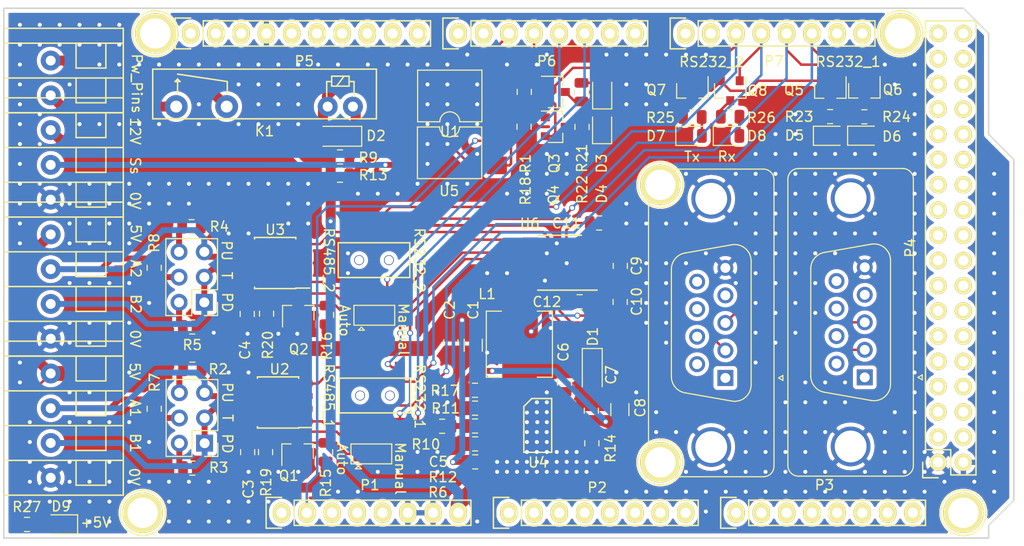
<source format=kicad_pcb>
(kicad_pcb (version 20171130) (host pcbnew "(5.1.2)-1")
  (title_block (date "mar. 31 mars 2015"))
  (layers (0 F.Cu signal) (31 B.Cu signal) (34 B.Paste user hide) (35 F.Paste user hide) (36 B.SilkS user) (37 F.SilkS user) (38 B.Mask user) (39 F.Mask user) (44 Edge.Cuts user))
  (net 0 "")
  (net 1 GND)
  (net 2 "/52(SCK)")
  (net 3 "/53(SS)")
  (net 4 "/50(MISO)")
  (net 5 "/51(MOSI)")
  (net 6 /48)
  (net 7 /49)
  (net 8 /46)
  (net 9 /47)
  (net 10 /44)
  (net 11 /45)
  (net 12 /42)
  (net 13 /43)
  (net 14 /40)
  (net 15 /41)
  (net 16 /38)
  (net 17 /39)
  (net 18 /36)
  (net 19 /37)
  (net 20 /34)
  (net 21 /35)
  (net 22 /32)
  (net 23 /33)
  (net 24 /30)
  (net 25 /31)
  (net 26 /28)
  (net 27 /29)
  (net 28 /26)
  (net 29 /27)
  (net 30 /24)
  (net 31 /25)
  (net 32 /22)
  (net 33 /23)
  (net 34 +5V)
  (net 35 /IOREF)
  (net 36 /Reset)
  (net 37 /A0)
  (net 38 /A1)
  (net 39 /A2)
  (net 40 /A3)
  (net 41 /A4)
  (net 42 /A5)
  (net 43 /A6)
  (net 44 /A7)
  (net 45 /A8)
  (net 46 /A9)
  (net 47 /A10)
  (net 48 /A11)
  (net 49 /A12)
  (net 50 /A13)
  (net 51 /A14)
  (net 52 /A15)
  (net 53 /SCL)
  (net 54 /SDA)
  (net 55 /AREF)
  (net 56 "/13(**)")
  (net 57 "/12(**)")
  (net 58 "/11(**)")
  (net 59 "/10(**)")
  (net 60 "/9(**)")
  (net 61 "/8(**)")
  (net 62 "/7(**)")
  (net 63 "/6(**)")
  (net 64 "/20(SDA)")
  (net 65 "/21(SCL)")
  (net 66 "Net-(P8-Pad1)")
  (net 67 "Net-(P9-Pad1)")
  (net 68 "Net-(P10-Pad1)")
  (net 69 "Net-(P11-Pad1)")
  (net 70 "Net-(P12-Pad1)")
  (net 71 "Net-(P13-Pad1)")
  (net 72 +3V3)
  (net 73 "/1(Tx0)")
  (net 74 "/0(Rx0)")
  (net 75 "/14(Tx3)")
  (net 76 "/15(Rx3)")
  (net 77 "/16(Tx2)")
  (net 78 "/17(Rx2)")
  (net 79 "/18(Tx1)")
  (net 80 "/19(Rx1)")
  (net 81 "Net-(C5-Pad1)")
  (net 82 "Net-(C5-Pad2)")
  (net 83 "Net-(C6-Pad2)")
  (net 84 "Net-(C6-Pad1)")
  (net 85 "/Vin(12V)")
  (net 86 "Net-(C9-Pad2)")
  (net 87 "Net-(C9-Pad1)")
  (net 88 "Net-(C10-Pad2)")
  (net 89 "Net-(C11-Pad2)")
  (net 90 "Net-(C12-Pad1)")
  (net 91 "Net-(C12-Pad2)")
  (net 92 "Net-(D2-Pad1)")
  (net 93 "Net-(D2-Pad2)")
  (net 94 "Net-(D3-Pad2)")
  (net 95 "Net-(D4-Pad2)")
  (net 96 "Net-(D5-Pad2)")
  (net 97 "Net-(D6-Pad2)")
  (net 98 "Net-(D7-Pad2)")
  (net 99 "Net-(D8-Pad2)")
  (net 100 "Net-(D9-Pad2)")
  (net 101 /RS485_B1)
  (net 102 /RS485_A1)
  (net 103 /RS485_A2)
  (net 104 /RS485_B2)
  (net 105 "Net-(J3-Pad2)")
  (net 106 "Net-(J3-Pad1)")
  (net 107 "Net-(J4-Pad2)")
  (net 108 "Net-(J4-Pad4)")
  (net 109 "Net-(J4-Pad6)")
  (net 110 "Net-(J5-Pad6)")
  (net 111 "Net-(J5-Pad4)")
  (net 112 "Net-(J5-Pad2)")
  (net 113 "Net-(J6-Pad2)")
  (net 114 "Net-(J7-Pad1)")
  (net 115 "Net-(J7-Pad2)")
  (net 116 "Net-(J7-Pad3)")
  (net 117 "Net-(J7-Pad4)")
  (net 118 "Net-(J7-Pad6)")
  (net 119 "Net-(J7-Pad7)")
  (net 120 "Net-(J7-Pad8)")
  (net 121 "Net-(J7-Pad9)")
  (net 122 "Net-(J8-Pad9)")
  (net 123 "Net-(J8-Pad8)")
  (net 124 "Net-(J8-Pad7)")
  (net 125 "Net-(J8-Pad6)")
  (net 126 "Net-(J8-Pad4)")
  (net 127 "Net-(J8-Pad3)")
  (net 128 "Net-(J8-Pad2)")
  (net 129 "Net-(J8-Pad1)")
  (net 130 /AUTO_DIR1)
  (net 131 "Net-(JP1-Pad2)")
  (net 132 "/2(DIR1)")
  (net 133 "/3(DIR2)")
  (net 134 "Net-(JP2-Pad2)")
  (net 135 /AUTO_DIR2)
  (net 136 "Net-(P1-Pad1)")
  (net 137 +5VP)
  (net 138 /RS485_TX1)
  (net 139 /RS485_TX2)
  (net 140 "Net-(Q3-Pad3)")
  (net 141 "Net-(Q4-Pad3)")
  (net 142 "Net-(Q5-Pad3)")
  (net 143 "Net-(Q6-Pad3)")
  (net 144 "Net-(Q7-Pad3)")
  (net 145 "Net-(Q8-Pad3)")
  (net 146 "Net-(R1-Pad2)")
  (net 147 "Net-(R12-Pad2)")
  (net 148 "Net-(R11-Pad1)")
  (net 149 "Net-(R13-Pad1)")
  (net 150 "Net-(R14-Pad1)")
  (net 151 /RS232_TTL_RX1)
  (net 152 /RS485_RX1)
  (net 153 /RS232_TTL_TX1)
  (net 154 /RS232_TTL_TX2)
  (net 155 /RS485_RX2)
  (net 156 /RS232_TTL_RX2)
  (net 157 "/5(Tick)")
  (net 158 "/4(PW_SW)")
  (module Capacitor_SMD:C_0805_2012Metric (layer F.Cu) (at 165.39 94.27 90)
    (fp_text reference C9 (at 0 1.64 90) (layer F.SilkS))
    (fp_text value 100n/50V)
    (pad 2 smd roundrect (at 0.9375 0 90) (size 0.975 1.4) (layers F.Cu F.Paste F.Mask) (net 86 "Net-(C9-Pad2)"))
    (pad 1 smd roundrect (at -0.9375 0 90) (size 0.975 1.4) (layers F.Cu F.Paste F.Mask) (net 87 "Net-(C9-Pad1)"))
  )
  (module Package_SO:TSSOP-16_4.4x5mm_P0.65mm (layer F.Cu) (at 159.2852 93.91 180)
    (fp_text reference U6 (at 2.9952 3.9 180) (layer F.SilkS))
    (fp_text value MAX3232)
    (pad 1 smd rect (at -2.95 -2.275 180) (size 1.5 0.45) (layers F.Cu F.Paste F.Mask) (net 90 "Net-(C12-Pad1)"))
    (pad 2 smd rect (at -2.95 -1.625 180) (size 1.5 0.45) (layers F.Cu F.Paste F.Mask) (net 88 "Net-(C10-Pad2)"))
    (pad 3 smd rect (at -2.95 -0.975 180) (size 1.5 0.45) (layers F.Cu F.Paste F.Mask) (net 91 "Net-(C12-Pad2)"))
    (pad 4 smd rect (at -2.95 -0.325 180) (size 1.5 0.45) (layers F.Cu F.Paste F.Mask) (net 87 "Net-(C9-Pad1)"))
    (pad 5 smd rect (at -2.95 0.325 180) (size 1.5 0.45) (layers F.Cu F.Paste F.Mask) (net 86 "Net-(C9-Pad2)"))
    (pad 6 smd rect (at -2.95 0.975 180) (size 1.5 0.45) (layers F.Cu F.Paste F.Mask) (net 89 "Net-(C11-Pad2)"))
    (pad 7 smd rect (at -2.95 1.625 180) (size 1.5 0.45) (layers F.Cu F.Paste F.Mask) (net 128 "Net-(J8-Pad2)"))
    (pad 8 smd rect (at -2.95 2.275 180) (size 1.5 0.45) (layers F.Cu F.Paste F.Mask) (net 127 "Net-(J8-Pad3)"))
    (pad 9 smd rect (at 2.95 2.275 180) (size 1.5 0.45) (layers F.Cu F.Paste F.Mask) (net 156 /RS232_TTL_RX2))
    (pad 10 smd rect (at 2.95 1.625 180) (size 1.5 0.45) (layers F.Cu F.Paste F.Mask) (net 154 /RS232_TTL_TX2))
    (pad 11 smd rect (at 2.95 0.975 180) (size 1.5 0.45) (layers F.Cu F.Paste F.Mask) (net 153 /RS232_TTL_TX1))
    (pad 12 smd rect (at 2.95 0.325 180) (size 1.5 0.45) (layers F.Cu F.Paste F.Mask) (net 151 /RS232_TTL_RX1))
    (pad 13 smd rect (at 2.95 -0.325 180) (size 1.5 0.45) (layers F.Cu F.Paste F.Mask) (net 116 "Net-(J7-Pad3)"))
    (pad 14 smd rect (at 2.95 -0.975 180) (size 1.5 0.45) (layers F.Cu F.Paste F.Mask) (net 115 "Net-(J7-Pad2)"))
    (pad 15 smd rect (at 2.95 -1.625 180) (size 1.5 0.45) (layers F.Cu F.Paste F.Mask) (net 1 GND))
    (pad 16 smd rect (at 2.95 -2.275 180) (size 1.5 0.45) (layers F.Cu F.Paste F.Mask) (net 34 +5V))
  )
  (module Relay_Panasonic:Relay_Panasonic_PA1a_xx_DIP (layer F.Cu) (at 129.61 76.96 180)
    (fp_text reference K1 (at 0 -3.75 180) (layer F.SilkS))
    (fp_text value Relay_PW_SW)
    (pad 6 thru_hole circle (at 8.89 -1.27 180) (size 2.3 2.3) (drill 1.2) (layers *.Cu *.Mask) (net 106 "Net-(J3-Pad1)"))
    (pad 5 thru_hole circle (at 3.81 -1.27 180) (size 2.3 2.3) (drill 1.2) (layers *.Cu *.Mask) (net 105 "Net-(J3-Pad2)"))
    (pad 2 thru_hole circle (at -6.35 -1.27 180) (size 2 2) (drill 1) (layers *.Cu *.Mask) (net 93 "Net-(D2-Pad2)"))
    (pad 1 thru_hole circle (at -8.89 -1.27 180) (size 2 2) (drill 1) (layers *.Cu *.Mask) (net 92 "Net-(D2-Pad1)"))
  )
  (module Button_Switch_SMD:SW_CK_AYZ020AGRLC_DPDT_Straight (layer F.Cu) (at 140.72 107.32)
    (fp_text reference SW1 hide)
    (fp_text value SW_UART1)
    (pad "" np_thru_hole circle (at 1.5 0) (size 1 1) (drill 0.85) (layers *.Cu *.Mask))
    (pad "" np_thru_hole circle (at -1.5 0) (size 1 1) (drill 0.85) (layers *.Cu *.Mask))
    (pad 6 smd rect (at 2.5 2.825) (size 1 1.15) (layers F.Cu F.Paste F.Mask) (net 151 /RS232_TTL_RX1))
    (pad 5 smd rect (at 0 2.825) (size 1 1.15) (layers F.Cu F.Paste F.Mask) (net 80 "/19(Rx1)"))
    (pad 4 smd rect (at -2.5 2.825) (size 1 1.15) (layers F.Cu F.Paste F.Mask) (net 152 /RS485_RX1))
    (pad 3 smd rect (at 2.5 -2.825) (size 1 1.15) (layers F.Cu F.Paste F.Mask) (net 153 /RS232_TTL_TX1))
    (pad 2 smd rect (at 0 -2.825) (size 1 1.15) (layers F.Cu F.Paste F.Mask) (net 79 "/18(Tx1)"))
    (pad 1 smd rect (at -2.5 -2.825) (size 1 1.15) (layers F.Cu F.Paste F.Mask) (net 138 /RS485_TX1))
  )
  (module Package_DIP:SMDIP-4_W9.53mm (layer F.Cu) (at 148.22 82.88)
    (fp_text reference U5 (at -0.04 3.85) (layer F.SilkS))
    (fp_text value LTV-817S)
    (pad 4 smd rect (at 4.765 -1.27) (size 2 1.78) (layers F.Cu F.Paste F.Mask) (net 35 /IOREF))
    (pad 2 smd rect (at -4.765 1.27) (size 2 1.78) (layers F.Cu F.Paste F.Mask) (net 113 "Net-(J6-Pad2)"))
    (pad 3 smd rect (at 4.765 1.27) (size 2 1.78) (layers F.Cu F.Paste F.Mask) (net 157 "/5(Tick)"))
    (pad 1 smd rect (at -4.765 -1.27) (size 2 1.78) (layers F.Cu F.Paste F.Mask) (net 149 "Net-(R13-Pad1)"))
  )
  (module Capacitor_SMD:C_0805_2012Metric (layer F.Cu) (at 161.3 97.88 180)
    (fp_text reference C12 (at 3.29 -0.01) (layer F.SilkS))
    (fp_text value 100n/50V)
    (pad 1 smd roundrect (at -0.9375 0 180) (size 0.975 1.4) (layers F.Cu F.Paste F.Mask) (net 90 "Net-(C12-Pad1)"))
    (pad 2 smd roundrect (at 0.9375 0 180) (size 0.975 1.4) (layers F.Cu F.Paste F.Mask) (net 91 "Net-(C12-Pad2)"))
  )
  (module Package_TO_SOT_SMD:SOT-23 (layer F.Cu) (at 158.85 80.26)
    (fp_text reference Q4 (at -0.17 6.84 90) (layer F.SilkS))
    (fp_text value FDN340P)
    (pad 3 smd rect (at 1 0) (size 0.9 0.8) (layers F.Cu F.Paste F.Mask) (net 141 "Net-(Q4-Pad3)"))
    (pad 2 smd rect (at -1 0.95) (size 0.9 0.8) (layers F.Cu F.Paste F.Mask) (net 34 +5V))
    (pad 1 smd rect (at -1 -0.95) (size 0.9 0.8) (layers F.Cu F.Paste F.Mask) (net 157 "/5(Tick)"))
  )
  (module MPS:SOIC8E (layer F.Cu) (at 157.09 110.33 270)
    (fp_text reference U4 (at 3.73 -0.04 180) (layer F.SilkS))
    (fp_text value MP1584)
    (pad 8 smd rect (at -1.905 -2.7 270) (size 0.61 1.6) (layers F.Cu F.Paste F.Mask) (net 84 "Net-(C6-Pad1)"))
    (pad 1 smd rect (at -1.905 2.7 270) (size 0.61 1.6) (layers F.Cu F.Paste F.Mask) (net 83 "Net-(C6-Pad2)"))
    (pad 7 smd rect (at -0.635 -2.7 270) (size 0.61 1.6) (layers F.Cu F.Paste F.Mask) (net 85 "/Vin(12V)"))
    (pad 2 smd rect (at -0.635 2.7 270) (size 0.61 1.6) (layers F.Cu F.Paste F.Mask) (net 148 "Net-(R11-Pad1)"))
    (pad 6 smd rect (at 0.635 -2.7 270) (size 0.61 1.6) (layers F.Cu F.Paste F.Mask) (net 150 "Net-(R14-Pad1)"))
    (pad 3 smd rect (at 0.635 2.7 270) (size 0.61 1.6) (layers F.Cu F.Paste F.Mask) (net 82 "Net-(C5-Pad2)"))
    (pad 5 smd rect (at 1.905 -2.7 270) (size 0.61 1.6) (layers F.Cu F.Paste F.Mask) (net 1 GND))
    (pad 4 smd rect (at 1.905 2.7 270) (size 0.61 1.6) (layers F.Cu F.Paste F.Mask) (net 147 "Net-(R12-Pad2)"))
    (pad 5 smd rect (at 0 0 270) (size 3.51 2.62) (layers F.Cu F.Paste F.Mask) (net 1 GND))
  )
  (module Capacitor_SMD:C_0805_2012Metric (layer F.Cu) (at 159.78 106.02 90)
    (fp_text reference C6 (at 3.08 -0.11 90) (layer F.SilkS))
    (fp_text value 100n)
    (pad 2 smd roundrect (at 0.9375 0 90) (size 0.975 1.4) (layers F.Cu F.Paste F.Mask) (net 83 "Net-(C6-Pad2)"))
    (pad 1 smd roundrect (at -0.9375 0 90) (size 0.975 1.4) (layers F.Cu F.Paste F.Mask) (net 84 "Net-(C6-Pad1)"))
  )
  (module Package_SO:SOIC-8_3.9x4.9mm_P1.27mm (layer F.Cu) (at 130.68 93.98 180)
    (fp_text reference U3 (at 0 3.35 180) (layer F.SilkS))
    (fp_text value MAX481E)
    (pad 1 smd rect (at -2.7 -1.905 180) (size 1.55 0.6) (layers F.Cu F.Paste F.Mask) (net 155 /RS485_RX2))
    (pad 2 smd rect (at -2.7 -0.635 180) (size 1.55 0.6) (layers F.Cu F.Paste F.Mask) (net 134 "Net-(JP2-Pad2)"))
    (pad 3 smd rect (at -2.7 0.635 180) (size 1.55 0.6) (layers F.Cu F.Paste F.Mask) (net 134 "Net-(JP2-Pad2)"))
    (pad 4 smd rect (at -2.7 1.905 180) (size 1.55 0.6) (layers F.Cu F.Paste F.Mask) (net 139 /RS485_TX2))
    (pad 5 smd rect (at 2.7 1.905 180) (size 1.55 0.6) (layers F.Cu F.Paste F.Mask) (net 1 GND))
    (pad 6 smd rect (at 2.7 0.635 180) (size 1.55 0.6) (layers F.Cu F.Paste F.Mask) (net 103 /RS485_A2))
    (pad 7 smd rect (at 2.7 -0.635 180) (size 1.55 0.6) (layers F.Cu F.Paste F.Mask) (net 104 /RS485_B2))
    (pad 8 smd rect (at 2.7 -1.905 180) (size 1.55 0.6) (layers F.Cu F.Paste F.Mask) (net 34 +5V))
  )
  (module TerminalBlock_Phoenix_PTSA:TerminalBlock_Phoenix_PTSA-1,5-2-3.5-Z_1x2_P3.5mm_Vertical (layer F.Cu) (at 109.4 75.35 270)
    (fp_text reference J3 hide)
    (fp_text value ATX_PW_SW)
    (pad 2 thru_hole circle (at -1.75 1.3 270) (size 2 2) (drill 1) (layers *.Cu *.Mask) (net 105 "Net-(J3-Pad2)"))
    (pad 1 thru_hole circle (at 1.75 1.3 270) (size 2 2) (drill 1) (layers *.Cu *.Mask) (net 106 "Net-(J3-Pad1)"))
  )
  (module TerminalBlock_Phoenix_PTSA:TerminalBlock_Phoenix_PTSA-1,5-4-3.5-Z_1x4_P3.5mm_Vertical (layer F.Cu) (at 109.4 110.35 270)
    (fp_text reference J1 hide)
    (fp_text value RS485_1)
    (pad 1 thru_hole circle (at 5.25 1.3 270) (size 2 2) (drill 1) (layers *.Cu *.Mask) (net 1 GND))
    (pad 2 thru_hole circle (at 1.75 1.3 270) (size 2 2) (drill 1) (layers *.Cu *.Mask) (net 101 /RS485_B1))
    (pad 3 thru_hole circle (at -1.75 1.3 270) (size 2 2) (drill 1) (layers *.Cu *.Mask) (net 102 /RS485_A1))
    (pad 4 thru_hole circle (at -5.25 1.3 270) (size 2 2) (drill 1) (layers *.Cu *.Mask) (net 34 +5V))
  )
  (module TerminalBlock_Phoenix_PTSA:TerminalBlock_Phoenix_PTSA-1,5-4-3.5-Z_1x4_P3.5mm_Vertical (layer F.Cu) (at 109.4 96.35 270)
    (fp_text reference J2 hide)
    (fp_text value RS485_2)
    (pad 1 thru_hole circle (at 5.25 1.3 270) (size 2 2) (drill 1) (layers *.Cu *.Mask) (net 1 GND))
    (pad 2 thru_hole circle (at 1.75 1.3 270) (size 2 2) (drill 1) (layers *.Cu *.Mask) (net 104 /RS485_B2))
    (pad 3 thru_hole circle (at -1.75 1.3 270) (size 2 2) (drill 1) (layers *.Cu *.Mask) (net 103 /RS485_A2))
    (pad 4 thru_hole circle (at -5.25 1.3 270) (size 2 2) (drill 1) (layers *.Cu *.Mask) (net 34 +5V))
  )
  (module Socket_Arduino_Mega:Socket_Strip_Arduino_2x18 (layer F.Cu) (at 197.358 114.046 90)
    (fp_text reference P4 (at 21.59 -2.794 90) (layer F.SilkS))
    (fp_text value Digital)
    (pad 1 thru_hole circle (at 0 0 90) (size 1.7272 1.7272) (drill 1.016) (layers *.Cu *.Mask F.SilkS) (net 1 GND))
    (pad 2 thru_hole oval (at 0 2.54 90) (size 1.7272 1.7272) (drill 1.016) (layers *.Cu *.Mask F.SilkS) (net 1 GND))
    (pad 3 thru_hole oval (at 2.54 0 90) (size 1.7272 1.7272) (drill 1.016) (layers *.Cu *.Mask F.SilkS) (net 2 "/52(SCK)"))
    (pad 4 thru_hole oval (at 2.54 2.54 90) (size 1.7272 1.7272) (drill 1.016) (layers *.Cu *.Mask F.SilkS) (net 3 "/53(SS)"))
    (pad 5 thru_hole oval (at 5.08 0 90) (size 1.7272 1.7272) (drill 1.016) (layers *.Cu *.Mask F.SilkS) (net 4 "/50(MISO)"))
    (pad 6 thru_hole oval (at 5.08 2.54 90) (size 1.7272 1.7272) (drill 1.016) (layers *.Cu *.Mask F.SilkS) (net 5 "/51(MOSI)"))
    (pad 7 thru_hole oval (at 7.62 0 90) (size 1.7272 1.7272) (drill 1.016) (layers *.Cu *.Mask F.SilkS) (net 6 /48))
    (pad 8 thru_hole oval (at 7.62 2.54 90) (size 1.7272 1.7272) (drill 1.016) (layers *.Cu *.Mask F.SilkS) (net 7 /49))
    (pad 9 thru_hole oval (at 10.16 0 90) (size 1.7272 1.7272) (drill 1.016) (layers *.Cu *.Mask F.SilkS) (net 8 /46))
    (pad 10 thru_hole oval (at 10.16 2.54 90) (size 1.7272 1.7272) (drill 1.016) (layers *.Cu *.Mask F.SilkS) (net 9 /47))
    (pad 11 thru_hole oval (at 12.7 0 90) (size 1.7272 1.7272) (drill 1.016) (layers *.Cu *.Mask F.SilkS) (net 10 /44))
    (pad 12 thru_hole oval (at 12.7 2.54 90) (size 1.7272 1.7272) (drill 1.016) (layers *.Cu *.Mask F.SilkS) (net 11 /45))
    (pad 13 thru_hole oval (at 15.24 0 90) (size 1.7272 1.7272) (drill 1.016) (layers *.Cu *.Mask F.SilkS) (net 12 /42))
    (pad 14 thru_hole oval (at 15.24 2.54 90) (size 1.7272 1.7272) (drill 1.016) (layers *.Cu *.Mask F.SilkS) (net 13 /43))
    (pad 15 thru_hole oval (at 17.78 0 90) (size 1.7272 1.7272) (drill 1.016) (layers *.Cu *.Mask F.SilkS) (net 14 /40))
    (pad 16 thru_hole oval (at 17.78 2.54 90) (size 1.7272 1.7272) (drill 1.016) (layers *.Cu *.Mask F.SilkS) (net 15 /41))
    (pad 17 thru_hole oval (at 20.32 0 90) (size 1.7272 1.7272) (drill 1.016) (layers *.Cu *.Mask F.SilkS) (net 16 /38))
    (pad 18 thru_hole oval (at 20.32 2.54 90) (size 1.7272 1.7272) (drill 1.016) (layers *.Cu *.Mask F.SilkS) (net 17 /39))
    (pad 19 thru_hole oval (at 22.86 0 90) (size 1.7272 1.7272) (drill 1.016) (layers *.Cu *.Mask F.SilkS) (net 18 /36))
    (pad 20 thru_hole oval (at 22.86 2.54 90) (size 1.7272 1.7272) (drill 1.016) (layers *.Cu *.Mask F.SilkS) (net 19 /37))
    (pad 21 thru_hole oval (at 25.4 0 90) (size 1.7272 1.7272) (drill 1.016) (layers *.Cu *.Mask F.SilkS) (net 20 /34))
    (pad 22 thru_hole oval (at 25.4 2.54 90) (size 1.7272 1.7272) (drill 1.016) (layers *.Cu *.Mask F.SilkS) (net 21 /35))
    (pad 23 thru_hole oval (at 27.94 0 90) (size 1.7272 1.7272) (drill 1.016) (layers *.Cu *.Mask F.SilkS) (net 22 /32))
    (pad 24 thru_hole oval (at 27.94 2.54 90) (size 1.7272 1.7272) (drill 1.016) (layers *.Cu *.Mask F.SilkS) (net 23 /33))
    (pad 25 thru_hole oval (at 30.48 0 90) (size 1.7272 1.7272) (drill 1.016) (layers *.Cu *.Mask F.SilkS) (net 24 /30))
    (pad 26 thru_hole oval (at 30.48 2.54 90) (size 1.7272 1.7272) (drill 1.016) (layers *.Cu *.Mask F.SilkS) (net 25 /31))
    (pad 27 thru_hole oval (at 33.02 0 90) (size 1.7272 1.7272) (drill 1.016) (layers *.Cu *.Mask F.SilkS) (net 26 /28))
    (pad 28 thru_hole oval (at 33.02 2.54 90) (size 1.7272 1.7272) (drill 1.016) (layers *.Cu *.Mask F.SilkS) (net 27 /29))
    (pad 29 thru_hole oval (at 35.56 0 90) (size 1.7272 1.7272) (drill 1.016) (layers *.Cu *.Mask F.SilkS) (net 28 /26))
    (pad 30 thru_hole oval (at 35.56 2.54 90) (size 1.7272 1.7272) (drill 1.016) (layers *.Cu *.Mask F.SilkS) (net 29 /27))
    (pad 31 thru_hole oval (at 38.1 0 90) (size 1.7272 1.7272) (drill 1.016) (layers *.Cu *.Mask F.SilkS) (net 30 /24))
    (pad 32 thru_hole oval (at 38.1 2.54 90) (size 1.7272 1.7272) (drill 1.016) (layers *.Cu *.Mask F.SilkS) (net 31 /25))
    (pad 33 thru_hole oval (at 40.64 0 90) (size 1.7272 1.7272) (drill 1.016) (layers *.Cu *.Mask F.SilkS) (net 32 /22))
    (pad 34 thru_hole oval (at 40.64 2.54 90) (size 1.7272 1.7272) (drill 1.016) (layers *.Cu *.Mask F.SilkS) (net 33 /23))
    (pad 35 thru_hole oval (at 43.18 0 90) (size 1.7272 1.7272) (drill 1.016) (layers *.Cu *.Mask F.SilkS) (net 137 +5VP))
    (pad 36 thru_hole oval (at 43.18 2.54 90) (size 1.7272 1.7272) (drill 1.016) (layers *.Cu *.Mask F.SilkS) (net 137 +5VP))
  )
  (module Socket_Arduino_Mega:Socket_Strip_Arduino_1x08 (layer F.Cu) (at 131.318 119.126)
    (fp_text reference P1 (at 8.89 -2.794) (layer F.SilkS))
    (fp_text value Power)
    (pad 1 thru_hole oval (at 0 0) (size 1.7272 2.032) (drill 1.016) (layers *.Cu *.Mask F.SilkS) (net 136 "Net-(P1-Pad1)"))
    (pad 2 thru_hole oval (at 2.54 0) (size 1.7272 2.032) (drill 1.016) (layers *.Cu *.Mask F.SilkS) (net 35 /IOREF))
    (pad 3 thru_hole oval (at 5.08 0) (size 1.7272 2.032) (drill 1.016) (layers *.Cu *.Mask F.SilkS) (net 36 /Reset))
    (pad 4 thru_hole oval (at 7.62 0) (size 1.7272 2.032) (drill 1.016) (layers *.Cu *.Mask F.SilkS) (net 72 +3V3))
    (pad 5 thru_hole oval (at 10.16 0) (size 1.7272 2.032) (drill 1.016) (layers *.Cu *.Mask F.SilkS) (net 137 +5VP))
    (pad 6 thru_hole oval (at 12.7 0) (size 1.7272 2.032) (drill 1.016) (layers *.Cu *.Mask F.SilkS) (net 1 GND))
    (pad 7 thru_hole oval (at 15.24 0) (size 1.7272 2.032) (drill 1.016) (layers *.Cu *.Mask F.SilkS) (net 1 GND))
    (pad 8 thru_hole oval (at 17.78 0) (size 1.7272 2.032) (drill 1.016) (layers *.Cu *.Mask F.SilkS) (net 85 "/Vin(12V)"))
  )
  (module Socket_Arduino_Mega:Socket_Strip_Arduino_1x08 (layer F.Cu) (at 154.178 119.126)
    (fp_text reference P2 (at 8.89 -2.54) (layer F.SilkS))
    (fp_text value Analog)
    (pad 1 thru_hole oval (at 0 0) (size 1.7272 2.032) (drill 1.016) (layers *.Cu *.Mask F.SilkS) (net 37 /A0))
    (pad 2 thru_hole oval (at 2.54 0) (size 1.7272 2.032) (drill 1.016) (layers *.Cu *.Mask F.SilkS) (net 38 /A1))
    (pad 3 thru_hole oval (at 5.08 0) (size 1.7272 2.032) (drill 1.016) (layers *.Cu *.Mask F.SilkS) (net 39 /A2))
    (pad 4 thru_hole oval (at 7.62 0) (size 1.7272 2.032) (drill 1.016) (layers *.Cu *.Mask F.SilkS) (net 40 /A3))
    (pad 5 thru_hole oval (at 10.16 0) (size 1.7272 2.032) (drill 1.016) (layers *.Cu *.Mask F.SilkS) (net 41 /A4))
    (pad 6 thru_hole oval (at 12.7 0) (size 1.7272 2.032) (drill 1.016) (layers *.Cu *.Mask F.SilkS) (net 42 /A5))
    (pad 7 thru_hole oval (at 15.24 0) (size 1.7272 2.032) (drill 1.016) (layers *.Cu *.Mask F.SilkS) (net 43 /A6))
    (pad 8 thru_hole oval (at 17.78 0) (size 1.7272 2.032) (drill 1.016) (layers *.Cu *.Mask F.SilkS) (net 44 /A7))
  )
  (module Socket_Arduino_Mega:Socket_Strip_Arduino_1x08 (layer F.Cu) (at 177.038 119.126)
    (fp_text reference P3 (at 8.89 -2.794) (layer F.SilkS))
    (fp_text value Analog)
    (pad 1 thru_hole oval (at 0 0) (size 1.7272 2.032) (drill 1.016) (layers *.Cu *.Mask F.SilkS) (net 45 /A8))
    (pad 2 thru_hole oval (at 2.54 0) (size 1.7272 2.032) (drill 1.016) (layers *.Cu *.Mask F.SilkS) (net 46 /A9))
    (pad 3 thru_hole oval (at 5.08 0) (size 1.7272 2.032) (drill 1.016) (layers *.Cu *.Mask F.SilkS) (net 47 /A10))
    (pad 4 thru_hole oval (at 7.62 0) (size 1.7272 2.032) (drill 1.016) (layers *.Cu *.Mask F.SilkS) (net 48 /A11))
    (pad 5 thru_hole oval (at 10.16 0) (size 1.7272 2.032) (drill 1.016) (layers *.Cu *.Mask F.SilkS) (net 49 /A12))
    (pad 6 thru_hole oval (at 12.7 0) (size 1.7272 2.032) (drill 1.016) (layers *.Cu *.Mask F.SilkS) (net 50 /A13))
    (pad 7 thru_hole oval (at 15.24 0) (size 1.7272 2.032) (drill 1.016) (layers *.Cu *.Mask F.SilkS) (net 51 /A14))
    (pad 8 thru_hole oval (at 17.78 0) (size 1.7272 2.032) (drill 1.016) (layers *.Cu *.Mask F.SilkS) (net 52 /A15))
  )
  (module Socket_Arduino_Mega:Socket_Strip_Arduino_1x10 (layer F.Cu) (at 122.174 70.866)
    (fp_text reference P5 (at 11.43 2.794) (layer F.SilkS))
    (fp_text value PWM)
    (pad 1 thru_hole oval (at 0 0) (size 1.7272 2.032) (drill 1.016) (layers *.Cu *.Mask F.SilkS) (net 53 /SCL))
    (pad 2 thru_hole oval (at 2.54 0) (size 1.7272 2.032) (drill 1.016) (layers *.Cu *.Mask F.SilkS) (net 54 /SDA))
    (pad 3 thru_hole oval (at 5.08 0) (size 1.7272 2.032) (drill 1.016) (layers *.Cu *.Mask F.SilkS) (net 55 /AREF))
    (pad 4 thru_hole oval (at 7.62 0) (size 1.7272 2.032) (drill 1.016) (layers *.Cu *.Mask F.SilkS) (net 1 GND))
    (pad 5 thru_hole oval (at 10.16 0) (size 1.7272 2.032) (drill 1.016) (layers *.Cu *.Mask F.SilkS) (net 56 "/13(**)"))
    (pad 6 thru_hole oval (at 12.7 0) (size 1.7272 2.032) (drill 1.016) (layers *.Cu *.Mask F.SilkS) (net 57 "/12(**)"))
    (pad 7 thru_hole oval (at 15.24 0) (size 1.7272 2.032) (drill 1.016) (layers *.Cu *.Mask F.SilkS) (net 58 "/11(**)"))
    (pad 8 thru_hole oval (at 17.78 0) (size 1.7272 2.032) (drill 1.016) (layers *.Cu *.Mask F.SilkS) (net 59 "/10(**)"))
    (pad 9 thru_hole oval (at 20.32 0) (size 1.7272 2.032) (drill 1.016) (layers *.Cu *.Mask F.SilkS) (net 60 "/9(**)"))
    (pad 10 thru_hole oval (at 22.86 0) (size 1.7272 2.032) (drill 1.016) (layers *.Cu *.Mask F.SilkS) (net 61 "/8(**)"))
  )
  (module Socket_Arduino_Mega:Socket_Strip_Arduino_1x08 (layer F.Cu) (at 149.098 70.866)
    (fp_text reference P6 (at 8.89 2.794) (layer F.SilkS))
    (fp_text value PWM)
    (pad 1 thru_hole oval (at 0 0) (size 1.7272 2.032) (drill 1.016) (layers *.Cu *.Mask F.SilkS) (net 62 "/7(**)"))
    (pad 2 thru_hole oval (at 2.54 0) (size 1.7272 2.032) (drill 1.016) (layers *.Cu *.Mask F.SilkS) (net 63 "/6(**)"))
    (pad 3 thru_hole oval (at 5.08 0) (size 1.7272 2.032) (drill 1.016) (layers *.Cu *.Mask F.SilkS) (net 157 "/5(Tick)"))
    (pad 4 thru_hole oval (at 7.62 0) (size 1.7272 2.032) (drill 1.016) (layers *.Cu *.Mask F.SilkS) (net 158 "/4(PW_SW)"))
    (pad 5 thru_hole oval (at 10.16 0) (size 1.7272 2.032) (drill 1.016) (layers *.Cu *.Mask F.SilkS) (net 133 "/3(DIR2)"))
    (pad 6 thru_hole oval (at 12.7 0) (size 1.7272 2.032) (drill 1.016) (layers *.Cu *.Mask F.SilkS) (net 132 "/2(DIR1)"))
    (pad 7 thru_hole oval (at 15.24 0) (size 1.7272 2.032) (drill 1.016) (layers *.Cu *.Mask F.SilkS) (net 73 "/1(Tx0)"))
    (pad 8 thru_hole oval (at 17.78 0) (size 1.7272 2.032) (drill 1.016) (layers *.Cu *.Mask F.SilkS) (net 74 "/0(Rx0)"))
  )
  (module Socket_Arduino_Mega:Socket_Strip_Arduino_1x08 (layer F.Cu) (at 171.958 70.866)
    (fp_text reference P7 (at 8.89 2.794) (layer F.SilkS))
    (fp_text value Communication)
    (pad 1 thru_hole oval (at 0 0) (size 1.7272 2.032) (drill 1.016) (layers *.Cu *.Mask F.SilkS) (net 75 "/14(Tx3)"))
    (pad 2 thru_hole oval (at 2.54 0) (size 1.7272 2.032) (drill 1.016) (layers *.Cu *.Mask F.SilkS) (net 76 "/15(Rx3)"))
    (pad 3 thru_hole oval (at 5.08 0) (size 1.7272 2.032) (drill 1.016) (layers *.Cu *.Mask F.SilkS) (net 77 "/16(Tx2)"))
    (pad 4 thru_hole oval (at 7.62 0) (size 1.7272 2.032) (drill 1.016) (layers *.Cu *.Mask F.SilkS) (net 78 "/17(Rx2)"))
    (pad 5 thru_hole oval (at 10.16 0) (size 1.7272 2.032) (drill 1.016) (layers *.Cu *.Mask F.SilkS) (net 79 "/18(Tx1)"))
    (pad 6 thru_hole oval (at 12.7 0) (size 1.7272 2.032) (drill 1.016) (layers *.Cu *.Mask F.SilkS) (net 80 "/19(Rx1)"))
    (pad 7 thru_hole oval (at 15.24 0) (size 1.7272 2.032) (drill 1.016) (layers *.Cu *.Mask F.SilkS) (net 64 "/20(SDA)"))
    (pad 8 thru_hole oval (at 17.78 0) (size 1.7272 2.032) (drill 1.016) (layers *.Cu *.Mask F.SilkS) (net 65 "/21(SCL)"))
  )
  (module Socket_Arduino_Mega:Arduino_1pin (layer F.Cu) (at 117.348 119.126)
    (fp_text reference P8 hide)
    (fp_text value CONN_01X01 hide)
    (pad 1 thru_hole circle (at 0 0) (size 4.064 4.064) (drill 3.048) (layers *.Cu *.Mask F.SilkS) (net 66 "Net-(P8-Pad1)"))
  )
  (module Socket_Arduino_Mega:Arduino_1pin (layer F.Cu) (at 169.418 114.046)
    (fp_text reference P9 hide)
    (fp_text value CONN_01X01 hide)
    (pad 1 thru_hole circle (at 0 0) (size 4.064 4.064) (drill 3.048) (layers *.Cu *.Mask F.SilkS) (net 67 "Net-(P9-Pad1)"))
  )
  (module Socket_Arduino_Mega:Arduino_1pin (layer F.Cu) (at 199.898 119.126)
    (fp_text reference P10 hide)
    (fp_text value CONN_01X01 hide)
    (pad 1 thru_hole circle (at 0 0) (size 4.064 4.064) (drill 3.048) (layers *.Cu *.Mask F.SilkS) (net 68 "Net-(P10-Pad1)"))
  )
  (module Socket_Arduino_Mega:Arduino_1pin (layer F.Cu) (at 118.618 70.866)
    (fp_text reference P11 hide)
    (fp_text value CONN_01X01 hide)
    (pad 1 thru_hole circle (at 0 0) (size 4.064 4.064) (drill 3.048) (layers *.Cu *.Mask F.SilkS) (net 69 "Net-(P11-Pad1)"))
  )
  (module Socket_Arduino_Mega:Arduino_1pin (layer F.Cu) (at 169.418 86.106)
    (fp_text reference P12 hide)
    (fp_text value CONN_01X01 hide)
    (pad 1 thru_hole circle (at 0 0) (size 4.064 4.064) (drill 3.048) (layers *.Cu *.Mask F.SilkS) (net 70 "Net-(P12-Pad1)"))
  )
  (module Socket_Arduino_Mega:Arduino_1pin (layer F.Cu) (at 193.548 70.866)
    (fp_text reference P13 hide)
    (fp_text value CONN_01X01 hide)
    (pad 1 thru_hole circle (at 0 0) (size 4.064 4.064) (drill 3.048) (layers *.Cu *.Mask F.SilkS) (net 71 "Net-(P13-Pad1)"))
  )
  (module Capacitor_SMD:C_1206_3216Metric (layer F.Cu) (at 150.6 102.26 270)
    (fp_text reference C1 (at -3.55 0 270) (layer F.SilkS))
    (fp_text value 22u/8V)
    (pad 2 smd roundrect (at 1.4 0 270) (size 1.25 1.75) (layers F.Cu F.Paste F.Mask) (roundrect_rratio 0.2) (net 1 GND))
    (pad 1 smd roundrect (at -1.4 0 270) (size 1.25 1.75) (layers F.Cu F.Paste F.Mask) (roundrect_rratio 0.2) (net 34 +5V))
  )
  (module Capacitor_SMD:C_0805_2012Metric (layer F.Cu) (at 148.35 101.96 90)
    (fp_text reference C2 (at 3.24 -0.12 90) (layer F.SilkS))
    (fp_text value 100n)
    (pad 2 smd roundrect (at 0.9375 0 90) (size 0.975 1.4) (layers F.Cu F.Paste F.Mask) (net 34 +5V))
    (pad 1 smd roundrect (at -0.9375 0 90) (size 0.975 1.4) (layers F.Cu F.Paste F.Mask) (net 1 GND))
  )
  (module Capacitor_SMD:C_0805_2012Metric (layer F.Cu) (at 127.91 113.02 90)
    (fp_text reference C3 (at -3.72 0.08 90) (layer F.SilkS))
    (fp_text value 100n/50V)
    (pad 1 smd roundrect (at -0.9375 0 90) (size 0.975 1.4) (layers F.Cu F.Paste F.Mask) (net 1 GND))
    (pad 2 smd roundrect (at 0.9375 0 90) (size 0.975 1.4) (layers F.Cu F.Paste F.Mask) (net 34 +5V))
  )
  (module Capacitor_SMD:C_0805_2012Metric (layer F.Cu) (at 127.87 99.11 90)
    (fp_text reference C4 (at -3.64 -0.22 90) (layer F.SilkS))
    (fp_text value 100n/50V)
    (pad 1 smd roundrect (at -0.9375 0 90) (size 0.975 1.4) (layers F.Cu F.Paste F.Mask) (net 1 GND))
    (pad 2 smd roundrect (at 0.9375 0 90) (size 0.975 1.4) (layers F.Cu F.Paste F.Mask) (net 34 +5V))
  )
  (module Capacitor_SMD:C_0805_2012Metric (layer F.Cu) (at 150.78 110.39)
    (fp_text reference C5 (at -3.69 3.6 180) (layer F.SilkS))
    (fp_text value 150p)
    (pad 1 smd roundrect (at -0.9375 0) (size 0.975 1.4) (layers F.Cu F.Paste F.Mask) (net 81 "Net-(C5-Pad1)"))
    (pad 2 smd roundrect (at 0.9375 0) (size 0.975 1.4) (layers F.Cu F.Paste F.Mask) (net 82 "Net-(C5-Pad2)"))
  )
  (module Capacitor_SMD:C_0805_2012Metric (layer F.Cu) (at 162.48 108.85 270)
    (fp_text reference C7 (at -3.61 -1.98 270) (layer F.SilkS))
    (fp_text value 100n)
    (pad 1 smd roundrect (at -0.9375 0 270) (size 0.975 1.4) (layers F.Cu F.Paste F.Mask) (net 1 GND))
    (pad 2 smd roundrect (at 0.9375 0 270) (size 0.975 1.4) (layers F.Cu F.Paste F.Mask) (net 85 "/Vin(12V)"))
  )
  (module Capacitor_SMD:C_1206_3216Metric (layer F.Cu) (at 165.35 108.74 90)
    (fp_text reference C8 (at 0.19 2.05 90) (layer F.SilkS))
    (fp_text value 10u/50V)
    (pad 1 smd roundrect (at -1.4 0 90) (size 1.25 1.75) (layers F.Cu F.Paste F.Mask) (roundrect_rratio 0.2) (net 85 "/Vin(12V)"))
    (pad 2 smd roundrect (at 1.4 0 90) (size 1.25 1.75) (layers F.Cu F.Paste F.Mask) (roundrect_rratio 0.2) (net 1 GND))
  )
  (module Capacitor_SMD:C_0805_2012Metric (layer F.Cu) (at 165.38 97.9 90)
    (fp_text reference C10 (at 0.04 1.66 90) (layer F.SilkS))
    (fp_text value 100n/50V)
    (pad 2 smd roundrect (at 0.9375 0 90) (size 0.975 1.4) (layers F.Cu F.Paste F.Mask) (net 88 "Net-(C10-Pad2)"))
    (pad 1 smd roundrect (at -0.9375 0 90) (size 0.975 1.4) (layers F.Cu F.Paste F.Mask) (net 34 +5V))
  )
  (module Capacitor_SMD:C_0805_2012Metric (layer F.Cu) (at 163.26 89.95 180)
    (fp_text reference C11 (at 3.3 -0.03) (layer F.SilkS))
    (fp_text value 100n/50V)
    (pad 2 smd roundrect (at 0.9375 0 180) (size 0.975 1.4) (layers F.Cu F.Paste F.Mask) (net 89 "Net-(C11-Pad2)"))
    (pad 1 smd roundrect (at -0.9375 0 180) (size 0.975 1.4) (layers F.Cu F.Paste F.Mask) (net 1 GND))
  )
  (module Diode_SMD:D_SOD-123 (layer F.Cu) (at 137.13 81.22 180)
    (fp_text reference D2 (at -3.69 0.05 180) (layer F.SilkS))
    (fp_text value 1N4148W)
    (pad 1 smd rect (at -1.65 0 180) (size 0.9 1.2) (layers F.Cu F.Paste F.Mask) (net 92 "Net-(D2-Pad1)"))
    (pad 2 smd rect (at 1.65 0 180) (size 0.9 1.2) (layers F.Cu F.Paste F.Mask) (net 93 "Net-(D2-Pad2)"))
  )
  (module LED_SMD:LED_0805_2012Metric (layer F.Cu) (at 163.57 76.78 90)
    (fp_text reference D3 (at -7.17 -0.05 90) (layer F.SilkS))
    (fp_text value PW_SW_LED)
    (pad 2 smd roundrect (at 0.9375 0 90) (size 0.975 1.4) (layers F.Cu F.Paste F.Mask) (net 94 "Net-(D3-Pad2)"))
    (pad 1 smd roundrect (at -0.9375 0 90) (size 0.975 1.4) (layers F.Cu F.Paste F.Mask) (net 1 GND))
  )
  (module LED_SMD:LED_0805_2012Metric (layer F.Cu) (at 163.56 80.28 90)
    (fp_text reference D4 (at -6.73 -0.03 270) (layer F.SilkS))
    (fp_text value TICK_LED)
    (pad 1 smd roundrect (at -0.9375 0 90) (size 0.975 1.4) (layers F.Cu F.Paste F.Mask) (net 1 GND))
    (pad 2 smd roundrect (at 0.9375 0 90) (size 0.975 1.4) (layers F.Cu F.Paste F.Mask) (net 95 "Net-(D4-Pad2)"))
  )
  (module LED_SMD:LED_0805_2012Metric (layer F.Cu) (at 186.5 81.17)
    (fp_text reference D5 (at -3.59 -0.03) (layer F.SilkS))
    (fp_text value TX1_LED)
    (pad 1 smd roundrect (at -0.9375 0) (size 0.975 1.4) (layers F.Cu F.Paste F.Mask) (net 1 GND))
    (pad 2 smd roundrect (at 0.9375 0) (size 0.975 1.4) (layers F.Cu F.Paste F.Mask) (net 96 "Net-(D5-Pad2)"))
  )
  (module LED_SMD:LED_0805_2012Metric (layer F.Cu) (at 189.94 81.16)
    (fp_text reference D6 (at 2.77 0.08) (layer F.SilkS))
    (fp_text value RX1_LED)
    (pad 2 smd roundrect (at 0.9375 0) (size 0.975 1.4) (layers F.Cu F.Paste F.Mask) (net 97 "Net-(D6-Pad2)"))
    (pad 1 smd roundrect (at -0.9375 0) (size 0.975 1.4) (layers F.Cu F.Paste F.Mask) (net 1 GND))
  )
  (module LED_SMD:LED_0805_2012Metric (layer F.Cu) (at 172.66 81.18)
    (fp_text reference D7 (at -3.69 0) (layer F.SilkS))
    (fp_text value TX1_LED)
    (pad 2 smd roundrect (at 0.9375 0) (size 0.975 1.4) (layers F.Cu F.Paste F.Mask) (net 98 "Net-(D7-Pad2)"))
    (pad 1 smd roundrect (at -0.9375 0) (size 0.975 1.4) (layers F.Cu F.Paste F.Mask) (net 1 GND))
  )
  (module LED_SMD:LED_0805_2012Metric (layer F.Cu) (at 176.43 81.18)
    (fp_text reference D8 (at 2.7 0.01) (layer F.SilkS))
    (fp_text value RX1_LED)
    (pad 1 smd roundrect (at -0.9375 0) (size 0.975 1.4) (layers F.Cu F.Paste F.Mask) (net 1 GND))
    (pad 2 smd roundrect (at 0.9375 0) (size 0.975 1.4) (layers F.Cu F.Paste F.Mask) (net 99 "Net-(D8-Pad2)"))
  )
  (module LED_SMD:LED_0805_2012Metric (layer F.Cu) (at 109.12 120.29 180)
    (fp_text reference D9 (at -0.024986 1.812526 180) (layer F.SilkS))
    (fp_text value PW_LED)
    (pad 1 smd roundrect (at -0.9375 0 180) (size 0.975 1.4) (layers F.Cu F.Paste F.Mask) (net 1 GND))
    (pad 2 smd roundrect (at 0.9375 0 180) (size 0.975 1.4) (layers F.Cu F.Paste F.Mask) (net 100 "Net-(D9-Pad2)"))
  )
  (module Connector_PinHeader_2.54mm:PinHeader_2x03_P2.54mm_Vertical (layer F.Cu) (at 123.58 112.12 180)
    (fp_text reference J4 hide)
    (fp_text value RS485_1_Config)
    (pad 1 thru_hole rect (at 0 0 180) (size 1.7 1.7) (drill 1) (layers *.Cu *.Mask) (net 101 /RS485_B1))
    (pad 2 thru_hole oval (at 2.54 0 180) (size 1.7 1.7) (drill 1) (layers *.Cu *.Mask) (net 107 "Net-(J4-Pad2)"))
    (pad 3 thru_hole oval (at 0 2.54 180) (size 1.7 1.7) (drill 1) (layers *.Cu *.Mask) (net 101 /RS485_B1))
    (pad 4 thru_hole oval (at 2.54 2.54 180) (size 1.7 1.7) (drill 1) (layers *.Cu *.Mask) (net 108 "Net-(J4-Pad4)"))
    (pad 5 thru_hole oval (at 0 5.08 180) (size 1.7 1.7) (drill 1) (layers *.Cu *.Mask) (net 102 /RS485_A1))
    (pad 6 thru_hole oval (at 2.54 5.08 180) (size 1.7 1.7) (drill 1) (layers *.Cu *.Mask) (net 109 "Net-(J4-Pad6)"))
  )
  (module Connector_PinHeader_2.54mm:PinHeader_2x03_P2.54mm_Vertical (layer F.Cu) (at 123.55 97.94 180)
    (fp_text reference J5 hide)
    (fp_text value RS485_2_Config)
    (pad 6 thru_hole oval (at 2.54 5.08 180) (size 1.7 1.7) (drill 1) (layers *.Cu *.Mask) (net 110 "Net-(J5-Pad6)"))
    (pad 5 thru_hole oval (at 0 5.08 180) (size 1.7 1.7) (drill 1) (layers *.Cu *.Mask) (net 103 /RS485_A2))
    (pad 4 thru_hole oval (at 2.54 2.54 180) (size 1.7 1.7) (drill 1) (layers *.Cu *.Mask) (net 111 "Net-(J5-Pad4)"))
    (pad 3 thru_hole oval (at 0 2.54 180) (size 1.7 1.7) (drill 1) (layers *.Cu *.Mask) (net 104 /RS485_B2))
    (pad 2 thru_hole oval (at 2.54 0 180) (size 1.7 1.7) (drill 1) (layers *.Cu *.Mask) (net 112 "Net-(J5-Pad2)"))
    (pad 1 thru_hole rect (at 0 0 180) (size 1.7 1.7) (drill 1) (layers *.Cu *.Mask) (net 104 /RS485_B2))
  )
  (module Connector_Dsub:DSUB-9_Female_Vertical_P2.77x2.84mm_MountingHoles (layer F.Cu) (at 189.98 105.49 270)
    (fp_text reference J7 hide)
    (fp_text value RS232_1)
    (pad 1 thru_hole rect (at 0 0 270) (size 1.6 1.6) (drill 1) (layers *.Cu *.Mask) (net 114 "Net-(J7-Pad1)"))
    (pad 2 thru_hole circle (at -2.77 0 270) (size 1.6 1.6) (drill 1) (layers *.Cu *.Mask) (net 115 "Net-(J7-Pad2)"))
    (pad 3 thru_hole circle (at -5.54 0 270) (size 1.6 1.6) (drill 1) (layers *.Cu *.Mask) (net 116 "Net-(J7-Pad3)"))
    (pad 4 thru_hole circle (at -8.31 0 270) (size 1.6 1.6) (drill 1) (layers *.Cu *.Mask) (net 117 "Net-(J7-Pad4)"))
    (pad 5 thru_hole circle (at -11.08 0 270) (size 1.6 1.6) (drill 1) (layers *.Cu *.Mask) (net 1 GND))
    (pad 6 thru_hole circle (at -1.385 2.84 270) (size 1.6 1.6) (drill 1) (layers *.Cu *.Mask) (net 118 "Net-(J7-Pad6)"))
    (pad 7 thru_hole circle (at -4.155 2.84 270) (size 1.6 1.6) (drill 1) (layers *.Cu *.Mask) (net 119 "Net-(J7-Pad7)"))
    (pad 8 thru_hole circle (at -6.925 2.84 270) (size 1.6 1.6) (drill 1) (layers *.Cu *.Mask) (net 120 "Net-(J7-Pad8)"))
    (pad 9 thru_hole circle (at -9.695 2.84 270) (size 1.6 1.6) (drill 1) (layers *.Cu *.Mask) (net 121 "Net-(J7-Pad9)"))
    (pad 0 thru_hole circle (at -18.04 1.42 270) (size 4 4) (drill 3.2) (layers *.Cu *.Mask) (net 1 GND))
    (pad 0 thru_hole circle (at 6.96 1.42 270) (size 4 4) (drill 3.2) (layers *.Cu *.Mask) (net 1 GND))
  )
  (module Connector_Dsub:DSUB-9_Female_Vertical_P2.77x2.84mm_MountingHoles (layer F.Cu) (at 175.96 105.55 270)
    (fp_text reference J8 hide)
    (fp_text value RS232_2)
    (pad 0 thru_hole circle (at 6.96 1.42 270) (size 4 4) (drill 3.2) (layers *.Cu *.Mask) (net 1 GND))
    (pad 0 thru_hole circle (at -18.04 1.42 270) (size 4 4) (drill 3.2) (layers *.Cu *.Mask) (net 1 GND))
    (pad 9 thru_hole circle (at -9.695 2.84 270) (size 1.6 1.6) (drill 1) (layers *.Cu *.Mask) (net 122 "Net-(J8-Pad9)"))
    (pad 8 thru_hole circle (at -6.925 2.84 270) (size 1.6 1.6) (drill 1) (layers *.Cu *.Mask) (net 123 "Net-(J8-Pad8)"))
    (pad 7 thru_hole circle (at -4.155 2.84 270) (size 1.6 1.6) (drill 1) (layers *.Cu *.Mask) (net 124 "Net-(J8-Pad7)"))
    (pad 6 thru_hole circle (at -1.385 2.84 270) (size 1.6 1.6) (drill 1) (layers *.Cu *.Mask) (net 125 "Net-(J8-Pad6)"))
    (pad 5 thru_hole circle (at -11.08 0 270) (size 1.6 1.6) (drill 1) (layers *.Cu *.Mask) (net 1 GND))
    (pad 4 thru_hole circle (at -8.31 0 270) (size 1.6 1.6) (drill 1) (layers *.Cu *.Mask) (net 126 "Net-(J8-Pad4)"))
    (pad 3 thru_hole circle (at -5.54 0 270) (size 1.6 1.6) (drill 1) (layers *.Cu *.Mask) (net 127 "Net-(J8-Pad3)"))
    (pad 2 thru_hole circle (at -2.77 0 270) (size 1.6 1.6) (drill 1) (layers *.Cu *.Mask) (net 128 "Net-(J8-Pad2)"))
    (pad 1 thru_hole rect (at 0 0 270) (size 1.6 1.6) (drill 1) (layers *.Cu *.Mask) (net 129 "Net-(J8-Pad1)"))
  )
  (module Jumper:SolderJumper-3_P1.3mm_Open_Pad1.0x1.5mm (layer F.Cu) (at 140.352016 113.197838)
    (fp_text reference JP1 hide)
    (fp_text value RS485_DIR1)
    (pad 1 smd rect (at -1.3 0) (size 1 1.5) (layers F.Cu F.Mask) (net 130 /AUTO_DIR1))
    (pad 2 smd rect (at 0 0) (size 1 1.5) (layers F.Cu F.Mask) (net 131 "Net-(JP1-Pad2)"))
    (pad 3 smd rect (at 1.3 0) (size 1 1.5) (layers F.Cu F.Mask) (net 132 "/2(DIR1)"))
  )
  (module Jumper:SolderJumper-3_P1.3mm_Open_Pad1.0x1.5mm (layer F.Cu) (at 140.65 99.24)
    (fp_text reference JP2 hide)
    (fp_text value RS485_DIR2)
    (pad 3 smd rect (at 1.3 0) (size 1 1.5) (layers F.Cu F.Mask) (net 133 "/3(DIR2)"))
    (pad 2 smd rect (at 0 0) (size 1 1.5) (layers F.Cu F.Mask) (net 134 "Net-(JP2-Pad2)"))
    (pad 1 smd rect (at -1.3 0) (size 1 1.5) (layers F.Cu F.Mask) (net 135 /AUTO_DIR2))
  )
  (module Inductor_SMD_Abracon:L_Abracon_ASPI_0630LR (layer F.Cu) (at 155.24 102.15 270)
    (fp_text reference L1 (at -5.05 3.25) (layer F.SilkS))
    (fp_text value 15uH/3A)
    (pad 1 smd rect (at -3.025 0 270) (size 2.35 3.4) (layers F.Cu F.Paste F.Mask) (net 34 +5V))
    (pad 2 smd rect (at 3.025 0 270) (size 2.35 3.4) (layers F.Cu F.Paste F.Mask) (net 83 "Net-(C6-Pad2)"))
  )
  (module Package_TO_SOT_SMD:SOT-23 (layer F.Cu) (at 132.93 112.95 90)
    (fp_text reference Q1 (at -2.45 -0.88 180) (layer F.SilkS))
    (fp_text value BSS123LT1)
    (pad 1 smd rect (at -1 -0.95 90) (size 0.9 0.8) (layers F.Cu F.Paste F.Mask) (net 138 /RS485_TX1))
    (pad 2 smd rect (at -1 0.95 90) (size 0.9 0.8) (layers F.Cu F.Paste F.Mask) (net 1 GND))
    (pad 3 smd rect (at 1 0 90) (size 0.9 0.8) (layers F.Cu F.Paste F.Mask) (net 130 /AUTO_DIR1))
  )
  (module Package_TO_SOT_SMD:SOT-23 (layer F.Cu) (at 133 99.01 90)
    (fp_text reference Q2 (at -3.65 0.05) (layer F.SilkS))
    (fp_text value BSS123LT1)
    (pad 3 smd rect (at 1 0 90) (size 0.9 0.8) (layers F.Cu F.Paste F.Mask) (net 135 /AUTO_DIR2))
    (pad 2 smd rect (at -1 0.95 90) (size 0.9 0.8) (layers F.Cu F.Paste F.Mask) (net 1 GND))
    (pad 1 smd rect (at -1 -0.95 90) (size 0.9 0.8) (layers F.Cu F.Paste F.Mask) (net 139 /RS485_TX2))
  )
  (module Package_TO_SOT_SMD:SOT-23 (layer F.Cu) (at 158.86 76.76)
    (fp_text reference Q3 (at -0.1 7.19 90) (layer F.SilkS))
    (fp_text value FDN340P)
    (pad 3 smd rect (at 1 0) (size 0.9 0.8) (layers F.Cu F.Paste F.Mask) (net 140 "Net-(Q3-Pad3)"))
    (pad 2 smd rect (at -1 0.95) (size 0.9 0.8) (layers F.Cu F.Paste F.Mask) (net 34 +5V))
    (pad 1 smd rect (at -1 -0.95) (size 0.9 0.8) (layers F.Cu F.Paste F.Mask) (net 158 "/4(PW_SW)"))
  )
  (module Package_TO_SOT_SMD:SOT-23 (layer F.Cu) (at 186.52 76.63 270)
    (fp_text reference Q5 (at -0.06 3.66) (layer F.SilkS))
    (fp_text value FDN340P)
    (pad 3 smd rect (at 1 0 270) (size 0.9 0.8) (layers F.Cu F.Paste F.Mask) (net 142 "Net-(Q5-Pad3)"))
    (pad 2 smd rect (at -1 0.95 270) (size 0.9 0.8) (layers F.Cu F.Paste F.Mask) (net 34 +5V))
    (pad 1 smd rect (at -1 -0.95 270) (size 0.9 0.8) (layers F.Cu F.Paste F.Mask) (net 79 "/18(Tx1)"))
  )
  (module Package_TO_SOT_SMD:SOT-23 (layer F.Cu) (at 189.94 76.61 270)
    (fp_text reference Q6 (at -0.08 -2.85) (layer F.SilkS))
    (fp_text value FDN340P)
    (pad 1 smd rect (at -1 -0.95 270) (size 0.9 0.8) (layers F.Cu F.Paste F.Mask) (net 80 "/19(Rx1)"))
    (pad 2 smd rect (at -1 0.95 270) (size 0.9 0.8) (layers F.Cu F.Paste F.Mask) (net 34 +5V))
    (pad 3 smd rect (at 1 0 270) (size 0.9 0.8) (layers F.Cu F.Paste F.Mask) (net 143 "Net-(Q6-Pad3)"))
  )
  (module Package_TO_SOT_SMD:SOT-23 (layer F.Cu) (at 172.64 76.62 270)
    (fp_text reference Q7 (at -0.07 3.64) (layer F.SilkS))
    (fp_text value FDN340P)
    (pad 1 smd rect (at -1 -0.95 270) (size 0.9 0.8) (layers F.Cu F.Paste F.Mask) (net 77 "/16(Tx2)"))
    (pad 2 smd rect (at -1 0.95 270) (size 0.9 0.8) (layers F.Cu F.Paste F.Mask) (net 34 +5V))
    (pad 3 smd rect (at 1 0 270) (size 0.9 0.8) (layers F.Cu F.Paste F.Mask) (net 144 "Net-(Q7-Pad3)"))
  )
  (module Package_TO_SOT_SMD:SOT-23 (layer F.Cu) (at 176.45 76.63 270)
    (fp_text reference Q8 (at -0.01 -2.75) (layer F.SilkS))
    (fp_text value FDN340P)
    (pad 1 smd rect (at -1 -0.95 270) (size 0.9 0.8) (layers F.Cu F.Paste F.Mask) (net 78 "/17(Rx2)"))
    (pad 2 smd rect (at -1 0.95 270) (size 0.9 0.8) (layers F.Cu F.Paste F.Mask) (net 34 +5V))
    (pad 3 smd rect (at 1 0 270) (size 0.9 0.8) (layers F.Cu F.Paste F.Mask) (net 145 "Net-(Q8-Pad3)"))
  )
  (module Resistor_SMD:R_0805_2012Metric (layer F.Cu) (at 155.73 76.75 270)
    (fp_text reference R1 (at 7.21 -0.13 270) (layer F.SilkS))
    (fp_text value 1K)
    (pad 1 smd roundrect (at -0.9375 0 270) (size 0.975 1.4) (layers F.Cu F.Paste F.Mask) (net 158 "/4(PW_SW)"))
    (pad 2 smd roundrect (at 0.9375 0 270) (size 0.975 1.4) (layers F.Cu F.Paste F.Mask) (net 146 "Net-(R1-Pad2)"))
  )
  (module Resistor_SMD:R_0805_2012Metric (layer F.Cu) (at 122.35 104.67 180)
    (fp_text reference R2 (at -2.6 0 180) (layer F.SilkS))
    (fp_text value 1K)
    (pad 2 smd roundrect (at 0.9375 0 180) (size 0.975 1.4) (layers F.Cu F.Paste F.Mask) (net 109 "Net-(J4-Pad6)"))
    (pad 1 smd roundrect (at -0.9375 0 180) (size 0.975 1.4) (layers F.Cu F.Paste F.Mask) (net 34 +5V))
  )
  (module Resistor_SMD:R_0805_2012Metric (layer F.Cu) (at 122.35 114.63)
    (fp_text reference R3 (at 2.65 -0.05) (layer F.SilkS))
    (fp_text value 1K)
    (pad 1 smd roundrect (at -0.9375 0) (size 0.975 1.4) (layers F.Cu F.Paste F.Mask) (net 107 "Net-(J4-Pad2)"))
    (pad 2 smd roundrect (at 0.9375 0) (size 0.975 1.4) (layers F.Cu F.Paste F.Mask) (net 1 GND))
  )
  (module Resistor_SMD:R_0805_2012Metric (layer F.Cu) (at 122.26 90.32 180)
    (fp_text reference R4 (at -2.8 0 180) (layer F.SilkS))
    (fp_text value 1K)
    (pad 1 smd roundrect (at -0.9375 0 180) (size 0.975 1.4) (layers F.Cu F.Paste F.Mask) (net 34 +5V))
    (pad 2 smd roundrect (at 0.9375 0 180) (size 0.975 1.4) (layers F.Cu F.Paste F.Mask) (net 110 "Net-(J5-Pad6)"))
  )
  (module Resistor_SMD:R_0805_2012Metric (layer F.Cu) (at 122.33 100.42)
    (fp_text reference R5 (at 0.01 1.81) (layer F.SilkS))
    (fp_text value 1K)
    (pad 2 smd roundrect (at 0.9375 0) (size 0.975 1.4) (layers F.Cu F.Paste F.Mask) (net 1 GND))
    (pad 1 smd roundrect (at -0.9375 0) (size 0.975 1.4) (layers F.Cu F.Paste F.Mask) (net 112 "Net-(J5-Pad2)"))
  )
  (module Resistor_SMD:R_0805_2012Metric (layer F.Cu) (at 150.8 114 180)
    (fp_text reference R6 (at 3.75 -3.06) (layer F.SilkS))
    (fp_text value 210K)
    (pad 2 smd roundrect (at 0.9375 0 180) (size 0.975 1.4) (layers F.Cu F.Paste F.Mask) (net 34 +5V))
    (pad 1 smd roundrect (at -0.9375 0 180) (size 0.975 1.4) (layers F.Cu F.Paste F.Mask) (net 147 "Net-(R12-Pad2)"))
  )
  (module Resistor_SMD:R_0805_2012Metric (layer F.Cu) (at 118.51 108.65 270)
    (fp_text reference R7 (at -2.65 -0.05 270) (layer F.SilkS))
    (fp_text value 120)
    (pad 1 smd roundrect (at -0.9375 0 270) (size 0.975 1.4) (layers F.Cu F.Paste F.Mask) (net 102 /RS485_A1))
    (pad 2 smd roundrect (at 0.9375 0 270) (size 0.975 1.4) (layers F.Cu F.Paste F.Mask) (net 108 "Net-(J4-Pad4)"))
  )
  (module Resistor_SMD:R_0805_2012Metric (layer F.Cu) (at 118.51 94.46 270)
    (fp_text reference R8 (at -2.5 0 270) (layer F.SilkS))
    (fp_text value 120)
    (pad 2 smd roundrect (at 0.9375 0 270) (size 0.975 1.4) (layers F.Cu F.Paste F.Mask) (net 111 "Net-(J5-Pad4)"))
    (pad 1 smd roundrect (at -0.9375 0 270) (size 0.975 1.4) (layers F.Cu F.Paste F.Mask) (net 103 /RS485_A2))
  )
  (module Resistor_SMD:R_0805_2012Metric (layer F.Cu) (at 137.2 83.3)
    (fp_text reference R9 (at 2.84 0.07 180) (layer F.SilkS))
    (fp_text value 10K)
    (pad 2 smd roundrect (at 0.9375 0) (size 0.975 1.4) (layers F.Cu F.Paste F.Mask) (net 92 "Net-(D2-Pad1)"))
    (pad 1 smd roundrect (at -0.9375 0) (size 0.975 1.4) (layers F.Cu F.Paste F.Mask) (net 85 "/Vin(12V)"))
  )
  (module Resistor_SMD:R_0805_2012Metric (layer F.Cu) (at 147.47 110.41 180)
    (fp_text reference R10 (at 1.63 -1.83 180) (layer F.SilkS))
    (fp_text value 100K)
    (pad 1 smd roundrect (at -0.9375 0 180) (size 0.975 1.4) (layers F.Cu F.Paste F.Mask) (net 81 "Net-(C5-Pad1)"))
    (pad 2 smd roundrect (at 0.9375 0 180) (size 0.975 1.4) (layers F.Cu F.Paste F.Mask) (net 1 GND))
  )
  (module Resistor_SMD:R_0805_2012Metric (layer F.Cu) (at 150.78 108.59 180)
    (fp_text reference R11 (at 2.95 -0.02) (layer F.SilkS))
    (fp_text value 24.9K)
    (pad 1 smd roundrect (at -0.9375 0 180) (size 0.975 1.4) (layers F.Cu F.Paste F.Mask) (net 148 "Net-(R11-Pad1)"))
    (pad 2 smd roundrect (at 0.9375 0 180) (size 0.975 1.4) (layers F.Cu F.Paste F.Mask) (net 1 GND))
  )
  (module Resistor_SMD:R_0805_2012Metric (layer F.Cu) (at 150.79 112.19)
    (fp_text reference R12 (at -3.25 3.35) (layer F.SilkS))
    (fp_text value 40.2K)
    (pad 1 smd roundrect (at -0.9375 0) (size 0.975 1.4) (layers F.Cu F.Paste F.Mask) (net 1 GND))
    (pad 2 smd roundrect (at 0.9375 0) (size 0.975 1.4) (layers F.Cu F.Paste F.Mask) (net 147 "Net-(R12-Pad2)"))
  )
  (module Resistor_SMD:R_0805_2012Metric (layer F.Cu) (at 137.2 85.14 180)
    (fp_text reference R13 (at -3.33 0.01) (layer F.SilkS))
    (fp_text value 10K)
    (pad 1 smd roundrect (at -0.9375 0 180) (size 0.975 1.4) (layers F.Cu F.Paste F.Mask) (net 149 "Net-(R13-Pad1)"))
    (pad 2 smd roundrect (at 0.9375 0 180) (size 0.975 1.4) (layers F.Cu F.Paste F.Mask) (net 85 "/Vin(12V)"))
  )
  (module Resistor_SMD:R_0805_2012Metric (layer F.Cu) (at 162.53 112.13 270)
    (fp_text reference R14 (at 0.51 -1.87 270) (layer F.SilkS))
    (fp_text value 100K)
    (pad 2 smd roundrect (at 0.9375 0 270) (size 0.975 1.4) (layers F.Cu F.Paste F.Mask) (net 1 GND))
    (pad 1 smd roundrect (at -0.9375 0 270) (size 0.975 1.4) (layers F.Cu F.Paste F.Mask) (net 150 "Net-(R14-Pad1)"))
  )
  (module Resistor_SMD:R_0805_2012Metric (layer F.Cu) (at 135.75 113.02 90)
    (fp_text reference R15 (at -3.11 0.02 270) (layer F.SilkS))
    (fp_text value 10K)
    (pad 1 smd roundrect (at -0.9375 0 90) (size 0.975 1.4) (layers F.Cu F.Paste F.Mask) (net 34 +5V))
    (pad 2 smd roundrect (at 0.9375 0 90) (size 0.975 1.4) (layers F.Cu F.Paste F.Mask) (net 130 /AUTO_DIR1))
  )
  (module Resistor_SMD:R_0805_2012Metric (layer F.Cu) (at 135.84 99.2 90)
    (fp_text reference R16 (at -3.13 0.03 270) (layer F.SilkS))
    (fp_text value 10K)
    (pad 1 smd roundrect (at -0.9375 0 90) (size 0.975 1.4) (layers F.Cu F.Paste F.Mask) (net 34 +5V))
    (pad 2 smd roundrect (at 0.9375 0 90) (size 0.975 1.4) (layers F.Cu F.Paste F.Mask) (net 135 /AUTO_DIR2))
  )
  (module Resistor_SMD:R_0805_2012Metric (layer F.Cu) (at 150.78 106.79 180)
    (fp_text reference R17 (at 3.03 -0.04) (layer F.SilkS))
    (fp_text value 100K)
    (pad 2 smd roundrect (at 0.9375 0 180) (size 0.975 1.4) (layers F.Cu F.Paste F.Mask) (net 85 "/Vin(12V)"))
    (pad 1 smd roundrect (at -0.9375 0 180) (size 0.975 1.4) (layers F.Cu F.Paste F.Mask) (net 148 "Net-(R11-Pad1)"))
  )
  (module Resistor_SMD:R_0805_2012Metric (layer F.Cu) (at 155.71 80.26 90)
    (fp_text reference R18 (at -6.46 0.15 90) (layer F.SilkS))
    (fp_text value 10K)
    (pad 2 smd roundrect (at 0.9375 0 90) (size 0.975 1.4) (layers F.Cu F.Paste F.Mask) (net 157 "/5(Tick)"))
    (pad 1 smd roundrect (at -0.9375 0 90) (size 0.975 1.4) (layers F.Cu F.Paste F.Mask) (net 1 GND))
  )
  (module Resistor_SMD:R_0805_2012Metric (layer F.Cu) (at 129.71 113.02 270)
    (fp_text reference R19 (at 3.04 -0.06 90) (layer F.SilkS))
    (fp_text value 10K)
    (pad 1 smd roundrect (at -0.9375 0 270) (size 0.975 1.4) (layers F.Cu F.Paste F.Mask) (net 34 +5V))
    (pad 2 smd roundrect (at 0.9375 0 270) (size 0.975 1.4) (layers F.Cu F.Paste F.Mask) (net 138 /RS485_TX1))
  )
  (module Resistor_SMD:R_0805_2012Metric (layer F.Cu) (at 129.81 99.0775 270)
    (fp_text reference R20 (at 3.1625 -0.13 270) (layer F.SilkS))
    (fp_text value 10K)
    (pad 2 smd roundrect (at 0.9375 0 270) (size 0.975 1.4) (layers F.Cu F.Paste F.Mask) (net 139 /RS485_TX2))
    (pad 1 smd roundrect (at -0.9375 0 270) (size 0.975 1.4) (layers F.Cu F.Paste F.Mask) (net 34 +5V))
  )
  (module Resistor_SMD:R_0805_2012Metric (layer F.Cu) (at 161.49 76.78 270)
    (fp_text reference R21 (at 6.64 -0.05 270) (layer F.SilkS))
    (fp_text value 1K)
    (pad 1 smd roundrect (at -0.9375 0 270) (size 0.975 1.4) (layers F.Cu F.Paste F.Mask) (net 94 "Net-(D3-Pad2)"))
    (pad 2 smd roundrect (at 0.9375 0 270) (size 0.975 1.4) (layers F.Cu F.Paste F.Mask) (net 140 "Net-(Q3-Pad3)"))
  )
  (module Resistor_SMD:R_0805_2012Metric (layer F.Cu) (at 161.54 80.28 270)
    (fp_text reference R22 (at 6.3 -0.02 270) (layer F.SilkS))
    (fp_text value 1K)
    (pad 2 smd roundrect (at 0.9375 0 270) (size 0.975 1.4) (layers F.Cu F.Paste F.Mask) (net 141 "Net-(Q4-Pad3)"))
    (pad 1 smd roundrect (at -0.9375 0 270) (size 0.975 1.4) (layers F.Cu F.Paste F.Mask) (net 95 "Net-(D4-Pad2)"))
  )
  (module Resistor_SMD:R_0805_2012Metric (layer F.Cu) (at 186.49 79.24 180)
    (fp_text reference R23 (at 3.12 -0.01 180) (layer F.SilkS))
    (fp_text value 1K)
    (pad 2 smd roundrect (at 0.9375 0 180) (size 0.975 1.4) (layers F.Cu F.Paste F.Mask) (net 142 "Net-(Q5-Pad3)"))
    (pad 1 smd roundrect (at -0.9375 0 180) (size 0.975 1.4) (layers F.Cu F.Paste F.Mask) (net 96 "Net-(D5-Pad2)"))
  )
  (module Resistor_SMD:R_0805_2012Metric (layer F.Cu) (at 189.94 79.26 180)
    (fp_text reference R24 (at -3.23 -0.01 180) (layer F.SilkS))
    (fp_text value 1K)
    (pad 1 smd roundrect (at -0.9375 0 180) (size 0.975 1.4) (layers F.Cu F.Paste F.Mask) (net 97 "Net-(D6-Pad2)"))
    (pad 2 smd roundrect (at 0.9375 0 180) (size 0.975 1.4) (layers F.Cu F.Paste F.Mask) (net 143 "Net-(Q6-Pad3)"))
  )
  (module Resistor_SMD:R_0805_2012Metric (layer F.Cu) (at 172.64 79.28 180)
    (fp_text reference R25 (at 3.21 -0.06 180) (layer F.SilkS))
    (fp_text value 1K)
    (pad 1 smd roundrect (at -0.9375 0 180) (size 0.975 1.4) (layers F.Cu F.Paste F.Mask) (net 98 "Net-(D7-Pad2)"))
    (pad 2 smd roundrect (at 0.9375 0 180) (size 0.975 1.4) (layers F.Cu F.Paste F.Mask) (net 144 "Net-(Q7-Pad3)"))
  )
  (module Resistor_SMD:R_0805_2012Metric (layer F.Cu) (at 176.44 79.25 180)
    (fp_text reference R26 (at -3.14 -0.1 180) (layer F.SilkS))
    (fp_text value 1K)
    (pad 2 smd roundrect (at 0.9375 0 180) (size 0.975 1.4) (layers F.Cu F.Paste F.Mask) (net 145 "Net-(Q8-Pad3)"))
    (pad 1 smd roundrect (at -0.9375 0 180) (size 0.975 1.4) (layers F.Cu F.Paste F.Mask) (net 99 "Net-(D8-Pad2)"))
  )
  (module Resistor_SMD:R_0805_2012Metric (layer F.Cu) (at 105.72 120.3 180)
    (fp_text reference R27 (at 0.025014 1.762526 180) (layer F.SilkS))
    (fp_text value 1K)
    (pad 2 smd roundrect (at 0.9375 0 180) (size 0.975 1.4) (layers F.Cu F.Paste F.Mask) (net 34 +5V))
    (pad 1 smd roundrect (at -0.9375 0 180) (size 0.975 1.4) (layers F.Cu F.Paste F.Mask) (net 100 "Net-(D9-Pad2)"))
  )
  (module Button_Switch_SMD:SW_CK_AYZ020AGRLC_DPDT_Straight (layer F.Cu) (at 140.62 93.69)
    (fp_text reference SW2 hide)
    (fp_text value SW_UART2)
    (pad 1 smd rect (at -2.5 -2.825) (size 1 1.15) (layers F.Cu F.Paste F.Mask) (net 139 /RS485_TX2))
    (pad 2 smd rect (at 0 -2.825) (size 1 1.15) (layers F.Cu F.Paste F.Mask) (net 77 "/16(Tx2)"))
    (pad 3 smd rect (at 2.5 -2.825) (size 1 1.15) (layers F.Cu F.Paste F.Mask) (net 154 /RS232_TTL_TX2))
    (pad 4 smd rect (at -2.5 2.825) (size 1 1.15) (layers F.Cu F.Paste F.Mask) (net 155 /RS485_RX2))
    (pad 5 smd rect (at 0 2.825) (size 1 1.15) (layers F.Cu F.Paste F.Mask) (net 78 "/17(Rx2)"))
    (pad 6 smd rect (at 2.5 2.825) (size 1 1.15) (layers F.Cu F.Paste F.Mask) (net 156 /RS232_TTL_RX2))
    (pad "" np_thru_hole circle (at -1.5 0) (size 1 1) (drill 0.85) (layers *.Cu *.Mask))
    (pad "" np_thru_hole circle (at 1.5 0) (size 1 1) (drill 0.85) (layers *.Cu *.Mask))
  )
  (module Package_DIP:SMDIP-4_W9.53mm (layer F.Cu) (at 148.24 77.16 180)
    (fp_text reference U1 (at 0 -3.6 180) (layer F.SilkS))
    (fp_text value LTV-817S)
    (pad 1 smd rect (at -4.765 -1.27 180) (size 2 1.78) (layers F.Cu F.Paste F.Mask) (net 146 "Net-(R1-Pad2)"))
    (pad 3 smd rect (at 4.765 1.27 180) (size 2 1.78) (layers F.Cu F.Paste F.Mask) (net 1 GND))
    (pad 2 smd rect (at -4.765 1.27 180) (size 2 1.78) (layers F.Cu F.Paste F.Mask) (net 1 GND))
    (pad 4 smd rect (at 4.765 -1.27 180) (size 2 1.78) (layers F.Cu F.Paste F.Mask) (net 93 "Net-(D2-Pad2)"))
  )
  (module Package_SO:SOIC-8_3.9x4.9mm_P1.27mm (layer F.Cu) (at 130.97 108.02 180)
    (fp_text reference U2 (at -0.15 3.35 180) (layer F.SilkS))
    (fp_text value MAX481E)
    (pad 8 smd rect (at 2.7 -1.905 180) (size 1.55 0.6) (layers F.Cu F.Paste F.Mask) (net 34 +5V))
    (pad 7 smd rect (at 2.7 -0.635 180) (size 1.55 0.6) (layers F.Cu F.Paste F.Mask) (net 101 /RS485_B1))
    (pad 6 smd rect (at 2.7 0.635 180) (size 1.55 0.6) (layers F.Cu F.Paste F.Mask) (net 102 /RS485_A1))
    (pad 5 smd rect (at 2.7 1.905 180) (size 1.55 0.6) (layers F.Cu F.Paste F.Mask) (net 1 GND))
    (pad 4 smd rect (at -2.7 1.905 180) (size 1.55 0.6) (layers F.Cu F.Paste F.Mask) (net 138 /RS485_TX1))
    (pad 3 smd rect (at -2.7 0.635 180) (size 1.55 0.6) (layers F.Cu F.Paste F.Mask) (net 131 "Net-(JP1-Pad2)"))
    (pad 2 smd rect (at -2.7 -0.635 180) (size 1.55 0.6) (layers F.Cu F.Paste F.Mask) (net 131 "Net-(JP1-Pad2)"))
    (pad 1 smd rect (at -2.7 -1.905 180) (size 1.55 0.6) (layers F.Cu F.Paste F.Mask) (net 152 /RS485_RX1))
  )
  (module TerminalBlock_Phoenix_PTSA:TerminalBlock_Phoenix_PTSA-1,5-3-3.5-Z_1x3_P3.5mm_Vertical (layer F.Cu) (at 109.4 84.1 270)
    (fp_text reference J6 hide)
    (fp_text value Sensor)
    (pad 1 thru_hole circle (at 3.5 1.3 270) (size 2 2) (drill 1) (layers *.Cu *.Mask) (net 1 GND))
    (pad 2 thru_hole circle (at 0 1.3 270) (size 2 2) (drill 1) (layers *.Cu *.Mask) (net 113 "Net-(J6-Pad2)"))
    (pad 3 thru_hole circle (at -3.5 1.3 270) (size 2 2) (drill 1) (layers *.Cu *.Mask) (net 85 "/Vin(12V)"))
  )
  (module Diode_SMD:D_SOD-123F (layer F.Cu) (at 162.57 104.79 270)
    (fp_text reference D1 (at -3.4 -0.05 270) (layer F.SilkS))
    (fp_text value SS34)
    (pad 1 smd rect (at -1.4 0 270) (size 1.1 1.1) (layers F.Cu F.Paste F.Mask) (net 83 "Net-(C6-Pad2)"))
    (pad 2 smd rect (at 1.4 0 270) (size 1.1 1.1) (layers F.Cu F.Paste F.Mask) (net 1 GND))
  )
  (gr_text Auto (at 137.41 113.74 270) (layer F.SilkS) (effects (font (size 1 1))))
  (gr_text Rx (at 176.09 83.25) (layer F.SilkS) (effects (font (size 1 1))))
  (gr_text Tx (at 172.61 83.27) (layer F.SilkS) (effects (font (size 1 1))))
  (gr_text +5V (at 112.62 120.1) (layer F.SilkS) (effects (font (size 1 1))))
  (gr_text RS232_2 (at 174.58 73.74) (layer F.SilkS) (effects (font (size 1 1))))
  (gr_text RS232_1 (at 188.31 73.72) (layer F.SilkS) (effects (font (size 1 1))))
  (gr_text Pw_Pins (at 116.76 75.91 270) (layer F.SilkS) (effects (font (size 1 1))))
  (gr_text T (at 125.82 95.24 270) (layer F.SilkS) (effects (font (size 1 1))))
  (gr_text PD (at 125.85 97.94 270) (layer F.SilkS) (effects (font (size 1 1))))
  (gr_text PU (at 125.8 92.74 270) (layer F.SilkS) (effects (font (size 1 1))))
  (gr_text PD (at 125.87 112.16 270) (layer F.SilkS) (effects (font (size 1 1))))
  (gr_text T (at 125.89 109.58 270) (layer F.SilkS) (effects (font (size 1 1))))
  (gr_text PU (at 125.87 107.02 270) (layer F.SilkS) (effects (font (size 1 1))))
  (gr_text RS485_2 (at 136.08 93.69 270) (layer F.SilkS) (effects (font (size 1 1))))
  (gr_text RS232_2 (at 145.2 93.69 270) (layer F.SilkS) (effects (font (size 1 1))))
  (gr_text Manual (at 143.59 100.66 270) (layer F.SilkS) (effects (font (size 1 1))))
  (gr_text Auto (at 137.67 99.77 270) (layer F.SilkS) (effects (font (size 1 1))))
  (gr_text 12V (at 116.6 80.7 270) (layer F.SilkS) (effects (font (size 1 1))))
  (gr_text 0V (at 116.6 87.7 270) (layer F.SilkS) (effects (font (size 1 1))))
  (gr_text Ss (at 116.6 84.2 270) (layer F.SilkS) (effects (font (size 1 1))))
  (gr_text B2 (at 116.65 98.1 270) (layer F.SilkS) (effects (font (size 1 1))))
  (gr_text 0V (at 116.6 101.6 270) (layer F.SilkS) (effects (font (size 1 1))))
  (gr_text 5V (at 116.65 91 270) (layer F.SilkS) (effects (font (size 1 1))))
  (gr_text A2 (at 116.65 94.55 270) (layer F.SilkS) (effects (font (size 1 1))))
  (gr_text Manual (at 143.26 114.67 270) (layer F.SilkS) (effects (font (size 1 1))))
  (gr_text RS232_1 (at 145.22 107.42 270) (layer F.SilkS) (effects (font (size 1 1))))
  (gr_text 0V (at 116.5 115.5 270) (layer F.SilkS) (effects (font (size 1 1))))
  (gr_text B1 (at 116.6 112.1 270) (layer F.SilkS) (effects (font (size 1 1))))
  (gr_text A1 (at 116.6 108.6 270) (layer F.SilkS) (effects (font (size 1 1))))
  (gr_text 5V (at 116.55 104.9 270) (layer F.SilkS) (effects (font (size 1 1))))
  (gr_text RS485_1 (at 136.07 107.37 270) (layer F.SilkS) (effects (font (size 1 1))))
  (gr_line (start 202.438 121.666) (end 103.378 121.666) (angle 90) (layer Edge.Cuts) (width 0.15))
  (gr_line (start 202.438 120.396) (end 202.438 121.666) (angle 90) (layer Edge.Cuts) (width 0.15))
  (gr_line (start 204.978 117.856) (end 202.438 120.396) (angle 90) (layer Edge.Cuts) (width 0.15))
  (gr_line (start 204.978 83.566) (end 204.978 117.856) (angle 90) (layer Edge.Cuts) (width 0.15))
  (gr_line (start 202.438 81.026) (end 204.978 83.566) (angle 90) (layer Edge.Cuts) (width 0.15))
  (gr_line (start 202.438 70.866) (end 202.438 81.026) (angle 90) (layer Edge.Cuts) (width 0.15))
  (gr_line (start 199.898 68.326) (end 202.438 70.866) (angle 90) (layer Edge.Cuts) (width 0.15))
  (gr_line (start 103.378 68.326) (end 199.898 68.326) (angle 90) (layer Edge.Cuts) (width 0.15))
  (gr_line (start 103.378 121.666) (end 103.378 68.326) (angle 90) (layer Edge.Cuts) (width 0.15))
  (via (at 157 108) (size 0.6) (drill 0.4) (layers F.Cu B.Cu) (net 1))
  (via (at 158 108) (size 0.6) (drill 0.4) (layers F.Cu B.Cu) (net 1))
  (via (at 158 107) (size 0.6) (drill 0.4) (layers F.Cu B.Cu) (net 1))
  (via (at 156 113) (size 0.6) (drill 0.4) (layers F.Cu B.Cu) (net 1))
  (via (at 157 114) (size 0.6) (drill 0.4) (layers F.Cu B.Cu) (net 1))
  (via (at 158 114) (size 0.6) (drill 0.4) (layers F.Cu B.Cu) (net 1))
  (via (at 159 114) (size 0.6) (drill 0.4) (layers F.Cu B.Cu) (net 1))
  (via (at 157 115) (size 0.6) (drill 0.4) (layers F.Cu B.Cu) (net 1))
  (via (at 158 115) (size 0.6) (drill 0.4) (layers F.Cu B.Cu) (net 1))
  (via (at 156 114) (size 0.6) (drill 0.4) (layers F.Cu B.Cu) (net 1))
  (via (at 156 115) (size 0.6) (drill 0.4) (layers F.Cu B.Cu) (net 1))
  (via (at 155 114) (size 0.6) (drill 0.4) (layers F.Cu B.Cu) (net 1))
  (via (at 154 114) (size 0.6) (drill 0.4) (layers F.Cu B.Cu) (net 1))
  (via (at 153 114) (size 0.6) (drill 0.4) (layers F.Cu B.Cu) (net 1))
  (via (at 153 115) (size 0.6) (drill 0.4) (layers F.Cu B.Cu) (net 1))
  (via (at 154 115) (size 0.6) (drill 0.4) (layers F.Cu B.Cu) (net 1))
  (via (at 155 115) (size 0.6) (drill 0.4) (layers F.Cu B.Cu) (net 1))
  (via (at 160 114) (size 0.6) (drill 0.4) (layers F.Cu B.Cu) (net 1))
  (via (at 161 114) (size 0.6) (drill 0.4) (layers F.Cu B.Cu) (net 1))
  (via (at 157 113) (size 0.6) (drill 0.4) (layers F.Cu B.Cu) (net 1))
  (via (at 161 115) (size 0.6) (drill 0.4) (layers F.Cu B.Cu) (net 1))
  (via (at 160 115) (size 0.6) (drill 0.4) (layers F.Cu B.Cu) (net 1))
  (via (at 159 115) (size 0.6) (drill 0.4) (layers F.Cu B.Cu) (net 1))
  (via (at 162 115) (size 0.6) (drill 0.4) (layers F.Cu B.Cu) (net 1))
  (via (at 158 112) (size 0.6) (drill 0.4) (layers F.Cu B.Cu) (net 1))
  (via (at 157 112) (size 0.6) (drill 0.4) (layers F.Cu B.Cu) (net 1))
  (via (at 156 112) (size 0.6) (drill 0.4) (layers F.Cu B.Cu) (net 1))
  (via (at 157.99 111) (size 0.6) (drill 0.4) (layers F.Cu B.Cu) (net 1))
  (via (at 157 111) (size 0.6) (drill 0.4) (layers F.Cu B.Cu) (net 1))
  (via (at 156 111) (size 0.6) (drill 0.4) (layers F.Cu B.Cu) (net 1))
  (via (at 156 110) (size 0.6) (drill 0.4) (layers F.Cu B.Cu) (net 1))
  (via (at 157.04 110) (size 0.6) (drill 0.4) (layers F.Cu B.Cu) (net 1))
  (via (at 158 110) (size 0.6) (drill 0.4) (layers F.Cu B.Cu) (net 1))
  (via (at 158 108.99) (size 0.6) (drill 0.4) (layers F.Cu B.Cu) (net 1))
  (via (at 157 109) (size 0.6) (drill 0.4) (layers F.Cu B.Cu) (net 1))
  (via (at 156 109.04) (size 0.6) (drill 0.4) (layers F.Cu B.Cu) (net 1))
  (via (at 158 113) (size 0.6) (drill 0.4) (layers F.Cu B.Cu) (net 1))
  (via (at 161 113) (size 0.6) (drill 0.4) (layers F.Cu B.Cu) (net 1))
  (via (at 162 114) (size 0.6) (drill 0.4) (layers F.Cu B.Cu) (net 1))
  (via (at 163 114) (size 0.6) (drill 0.4) (layers F.Cu B.Cu) (net 1))
  (via (at 160 113) (size 0.6) (drill 0.4) (layers F.Cu B.Cu) (net 1))
  (via (at 159 113) (size 0.6) (drill 0.4) (layers F.Cu B.Cu) (net 1))
  (via (at 151 76) (size 0.6) (drill 0.4) (layers F.Cu B.Cu) (net 1))
  (via (at 151 78) (size 0.6) (drill 0.4) (layers F.Cu B.Cu) (net 1))
  (via (at 151 80) (size 0.6) (drill 0.4) (layers F.Cu B.Cu) (net 1))
  (segment (start 156.3352 95.535) (end 154.535 95.535) (width 0.25) (layer F.Cu) (net 1))
  (via (at 146 76) (size 0.6) (drill 0.4) (layers F.Cu B.Cu) (net 1))
  (via (at 146 78) (size 0.6) (drill 0.4) (layers F.Cu B.Cu) (net 1))
  (via (at 146 80) (size 0.6) (drill 0.4) (layers F.Cu B.Cu) (net 1))
  (via (at 146 82) (size 0.6) (drill 0.4) (layers F.Cu B.Cu) (net 1))
  (via (at 146 84) (size 0.6) (drill 0.4) (layers F.Cu B.Cu) (net 1))
  (via (at 148 82) (size 0.6) (drill 0.4) (layers F.Cu B.Cu) (net 1))
  (via (at 148 80) (size 0.6) (drill 0.4) (layers F.Cu B.Cu) (net 1))
  (via (at 148 78) (size 0.6) (drill 0.4) (layers F.Cu B.Cu) (net 1))
  (via (at 148 76) (size 0.6) (drill 0.4) (layers F.Cu B.Cu) (net 1))
  (via (at 133 74) (size 0.6) (drill 0.4) (layers F.Cu B.Cu) (net 1))
  (via (at 133 76) (size 0.6) (drill 0.4) (layers F.Cu B.Cu) (net 1))
  (via (at 133 78) (size 0.6) (drill 0.4) (layers F.Cu B.Cu) (net 1))
  (via (at 133 80) (size 0.6) (drill 0.4) (layers F.Cu B.Cu) (net 1))
  (via (at 131 80) (size 0.6) (drill 0.4) (layers F.Cu B.Cu) (net 1))
  (via (at 131 78) (size 0.6) (drill 0.4) (layers F.Cu B.Cu) (net 1))
  (via (at 131 76) (size 0.6) (drill 0.4) (layers F.Cu B.Cu) (net 1))
  (via (at 131 74) (size 0.6) (drill 0.4) (layers F.Cu B.Cu) (net 1))
  (via (at 129 74) (size 0.6) (drill 0.4) (layers F.Cu B.Cu) (net 1))
  (via (at 129 76) (size 0.6) (drill 0.4) (layers F.Cu B.Cu) (net 1))
  (via (at 129 78) (size 0.6) (drill 0.4) (layers F.Cu B.Cu) (net 1))
  (via (at 129 80) (size 0.6) (drill 0.4) (layers F.Cu B.Cu) (net 1))
  (via (at 127 74) (size 0.6) (drill 0.4) (layers F.Cu B.Cu) (net 1))
  (via (at 125 74) (size 0.6) (drill 0.4) (layers F.Cu B.Cu) (net 1))
  (via (at 127 76) (size 0.6) (drill 0.4) (layers F.Cu B.Cu) (net 1))
  (via (at 123 74) (size 0.6) (drill 0.4) (layers F.Cu B.Cu) (net 1))
  (via (at 121 74) (size 0.6) (drill 0.4) (layers F.Cu B.Cu) (net 1))
  (via (at 119 74) (size 0.6) (drill 0.4) (layers F.Cu B.Cu) (net 1))
  (via (at 117 74) (size 0.6) (drill 0.4) (layers F.Cu B.Cu) (net 1))
  (via (at 115 74) (size 0.6) (drill 0.4) (layers F.Cu B.Cu) (net 1))
  (via (at 115 72) (size 0.6) (drill 0.4) (layers F.Cu B.Cu) (net 1))
  (via (at 115 70) (size 0.6) (drill 0.4) (layers F.Cu B.Cu) (net 1))
  (via (at 113 70) (size 0.6) (drill 0.4) (layers F.Cu B.Cu) (net 1))
  (via (at 113 72) (size 0.6) (drill 0.4) (layers F.Cu B.Cu) (net 1))
  (via (at 113 74) (size 0.6) (drill 0.4) (layers F.Cu B.Cu) (net 1))
  (via (at 111 72) (size 0.6) (drill 0.4) (layers F.Cu B.Cu) (net 1))
  (via (at 111 70) (size 0.6) (drill 0.4) (layers F.Cu B.Cu) (net 1))
  (via (at 109 70) (size 0.6) (drill 0.4) (layers F.Cu B.Cu) (net 1))
  (via (at 107 70) (size 0.6) (drill 0.4) (layers F.Cu B.Cu) (net 1))
  (via (at 105 70) (size 0.6) (drill 0.4) (layers F.Cu B.Cu) (net 1))
  (via (at 109 72) (size 0.6) (drill 0.4) (layers F.Cu B.Cu) (net 1))
  (via (at 107 72) (size 0.6) (drill 0.4) (layers F.Cu B.Cu) (net 1))
  (via (at 105 72) (size 0.6) (drill 0.4) (layers F.Cu B.Cu) (net 1))
  (via (at 105 74) (size 0.6) (drill 0.4) (layers F.Cu B.Cu) (net 1))
  (via (at 105 76) (size 0.6) (drill 0.4) (layers F.Cu B.Cu) (net 1))
  (via (at 105 78) (size 0.6) (drill 0.4) (layers F.Cu B.Cu) (net 1))
  (via (at 105 80) (size 0.6) (drill 0.4) (layers F.Cu B.Cu) (net 1))
  (via (at 105 82) (size 0.6) (drill 0.4) (layers F.Cu B.Cu) (net 1))
  (via (at 107 82) (size 0.6) (drill 0.4) (layers F.Cu B.Cu) (net 1))
  (via (at 107 79) (size 0.6) (drill 0.4) (layers F.Cu B.Cu) (net 1))
  (via (at 105 84) (size 0.6) (drill 0.4) (layers F.Cu B.Cu) (net 1))
  (via (at 105 86) (size 0.6) (drill 0.4) (layers F.Cu B.Cu) (net 1))
  (via (at 107 86) (size 0.6) (drill 0.4) (layers F.Cu B.Cu) (net 1))
  (via (at 105 88) (size 0.6) (drill 0.4) (layers F.Cu B.Cu) (net 1))
  (via (at 105 90) (size 0.6) (drill 0.4) (layers F.Cu B.Cu) (net 1))
  (via (at 105 92) (size 0.6) (drill 0.4) (layers F.Cu B.Cu) (net 1))
  (via (at 110 76) (size 0.6) (drill 0.4) (layers F.Cu B.Cu) (net 1))
  (via (at 111 80) (size 0.6) (drill 0.4) (layers F.Cu B.Cu) (net 1))
  (via (at 113 80) (size 0.6) (drill 0.4) (layers F.Cu B.Cu) (net 1))
  (via (at 115 80) (size 0.6) (drill 0.4) (layers F.Cu B.Cu) (net 1))
  (via (at 117 80) (size 0.6) (drill 0.4) (layers F.Cu B.Cu) (net 1))
  (via (at 119 80) (size 0.6) (drill 0.4) (layers F.Cu B.Cu) (net 1))
  (via (at 123 80) (size 0.6) (drill 0.4) (layers F.Cu B.Cu) (net 1))
  (via (at 123 78) (size 0.6) (drill 0.4) (layers F.Cu B.Cu) (net 1))
  (via (at 127 80) (size 0.6) (drill 0.4) (layers F.Cu B.Cu) (net 1))
  (via (at 135 74) (size 0.6) (drill 0.4) (layers F.Cu B.Cu) (net 1))
  (via (at 137 74) (size 0.6) (drill 0.4) (layers F.Cu B.Cu) (net 1))
  (via (at 140 74) (size 0.6) (drill 0.4) (layers F.Cu B.Cu) (net 1))
  (via (at 142 74) (size 0.6) (drill 0.4) (layers F.Cu B.Cu) (net 1))
  (via (at 144 74) (size 0.6) (drill 0.4) (layers F.Cu B.Cu) (net 1))
  (via (at 146 74) (size 0.6) (drill 0.4) (layers F.Cu B.Cu) (net 1))
  (via (at 148 74) (size 0.6) (drill 0.4) (layers F.Cu B.Cu) (net 1))
  (via (at 150 73) (size 0.6) (drill 0.4) (layers F.Cu B.Cu) (net 1))
  (via (at 151 83) (size 0.6) (drill 0.4) (layers F.Cu B.Cu) (net 1))
  (via (at 150 86) (size 0.6) (drill 0.4) (layers F.Cu B.Cu) (net 1))
  (via (at 148 86) (size 0.6) (drill 0.4) (layers F.Cu B.Cu) (net 1))
  (via (at 145 86) (size 0.6) (drill 0.4) (layers F.Cu B.Cu) (net 1))
  (via (at 143 87) (size 0.6) (drill 0.4) (layers F.Cu B.Cu) (net 1))
  (via (at 141 87) (size 0.6) (drill 0.4) (layers F.Cu B.Cu) (net 1))
  (via (at 139 87) (size 0.6) (drill 0.4) (layers F.Cu B.Cu) (net 1))
  (via (at 134 88) (size 0.6) (drill 0.4) (layers F.Cu B.Cu) (net 1))
  (via (at 132 88) (size 0.6) (drill 0.4) (layers F.Cu B.Cu) (net 1))
  (via (at 132 86) (size 0.6) (drill 0.4) (layers F.Cu B.Cu) (net 1))
  (via (at 134 86) (size 0.6) (drill 0.4) (layers F.Cu B.Cu) (net 1))
  (via (at 134 90) (size 0.6) (drill 0.4) (layers F.Cu B.Cu) (net 1))
  (via (at 132 90) (size 0.6) (drill 0.4) (layers F.Cu B.Cu) (net 1))
  (via (at 128 91) (size 0.6) (drill 0.4) (layers F.Cu B.Cu) (net 1))
  (via (at 126 91) (size 0.6) (drill 0.4) (layers F.Cu B.Cu) (net 1))
  (via (at 130 86) (size 0.6) (drill 0.4) (layers F.Cu B.Cu) (net 1))
  (via (at 128 86) (size 0.6) (drill 0.4) (layers F.Cu B.Cu) (net 1))
  (via (at 126 86) (size 0.6) (drill 0.4) (layers F.Cu B.Cu) (net 1))
  (via (at 124 86) (size 0.6) (drill 0.4) (layers F.Cu B.Cu) (net 1))
  (via (at 122 86) (size 0.6) (drill 0.4) (layers F.Cu B.Cu) (net 1))
  (via (at 122 88) (size 0.6) (drill 0.4) (layers F.Cu B.Cu) (net 1))
  (via (at 120 86) (size 0.6) (drill 0.4) (layers F.Cu B.Cu) (net 1))
  (via (at 120 88) (size 0.6) (drill 0.4) (layers F.Cu B.Cu) (net 1))
  (via (at 118 88) (size 0.6) (drill 0.4) (layers F.Cu B.Cu) (net 1))
  (via (at 118 86) (size 0.6) (drill 0.4) (layers F.Cu B.Cu) (net 1))
  (via (at 116 86) (size 0.6) (drill 0.4) (layers F.Cu B.Cu) (net 1))
  (via (at 116 88) (size 0.6) (drill 0.4) (layers F.Cu B.Cu) (net 1))
  (via (at 116 90) (size 0.6) (drill 0.4) (layers F.Cu B.Cu) (net 1))
  (via (at 118 90) (size 0.6) (drill 0.4) (layers F.Cu B.Cu) (net 1))
  (via (at 116 92) (size 0.6) (drill 0.4) (layers F.Cu B.Cu) (net 1))
  (via (at 114 86) (size 0.6) (drill 0.4) (layers F.Cu B.Cu) (net 1))
  (via (at 112 86) (size 0.6) (drill 0.4) (layers F.Cu B.Cu) (net 1))
  (via (at 110 86) (size 0.6) (drill 0.4) (layers F.Cu B.Cu) (net 1))
  (via (at 110 88) (size 0.6) (drill 0.4) (layers F.Cu B.Cu) (net 1))
  (via (at 112 88) (size 0.6) (drill 0.4) (layers F.Cu B.Cu) (net 1))
  (via (at 114 88) (size 0.6) (drill 0.4) (layers F.Cu B.Cu) (net 1))
  (via (at 114 90) (size 0.6) (drill 0.4) (layers F.Cu B.Cu) (net 1))
  (via (at 114 92) (size 0.6) (drill 0.4) (layers F.Cu B.Cu) (net 1))
  (via (at 112 92) (size 0.6) (drill 0.4) (layers F.Cu B.Cu) (net 1))
  (via (at 112 90) (size 0.6) (drill 0.4) (layers F.Cu B.Cu) (net 1))
  (via (at 110 90) (size 0.6) (drill 0.4) (layers F.Cu B.Cu) (net 1))
  (via (at 110 92) (size 0.6) (drill 0.4) (layers F.Cu B.Cu) (net 1))
  (via (at 110 96) (size 0.6) (drill 0.4) (layers F.Cu B.Cu) (net 1))
  (via (at 112 96) (size 0.6) (drill 0.4) (layers F.Cu B.Cu) (net 1))
  (via (at 114 96) (size 0.6) (drill 0.4) (layers F.Cu B.Cu) (net 1))
  (via (at 116 96) (size 0.6) (drill 0.4) (layers F.Cu B.Cu) (net 1))
  (via (at 118 98) (size 0.6) (drill 0.4) (layers F.Cu B.Cu) (net 1))
  (via (at 124.5 101) (size 0.6) (drill 0.4) (layers F.Cu B.Cu) (net 1))
  (via (at 127.9 101.1) (size 0.6) (drill 0.4) (layers F.Cu B.Cu) (net 1))
  (via (at 110 100) (size 0.6) (drill 0.4) (layers F.Cu B.Cu) (net 1))
  (via (at 112 100) (size 0.6) (drill 0.4) (layers F.Cu B.Cu) (net 1))
  (via (at 114 100) (size 0.6) (drill 0.4) (layers F.Cu B.Cu) (net 1))
  (via (at 110 102) (size 0.6) (drill 0.4) (layers F.Cu B.Cu) (net 1))
  (via (at 112 102) (size 0.6) (drill 0.4) (layers F.Cu B.Cu) (net 1))
  (via (at 116 100) (size 0.6) (drill 0.4) (layers F.Cu B.Cu) (net 1))
  (via (at 110 107) (size 0.6) (drill 0.4) (layers F.Cu B.Cu) (net 1))
  (via (at 112 107) (size 0.6) (drill 0.4) (layers F.Cu B.Cu) (net 1))
  (via (at 116 105) (size 0.6) (drill 0.4) (layers F.Cu B.Cu) (net 1))
  (via (at 110 110) (size 0.6) (drill 0.4) (layers F.Cu B.Cu) (net 1))
  (via (at 112 110) (size 0.6) (drill 0.4) (layers F.Cu B.Cu) (net 1))
  (via (at 114 110) (size 0.6) (drill 0.4) (layers F.Cu B.Cu) (net 1))
  (via (at 116 110) (size 0.6) (drill 0.4) (layers F.Cu B.Cu) (net 1))
  (via (at 118 112) (size 0.6) (drill 0.4) (layers F.Cu B.Cu) (net 1))
  (via (at 110 114) (size 0.6) (drill 0.4) (layers F.Cu B.Cu) (net 1))
  (via (at 112 114) (size 0.6) (drill 0.4) (layers F.Cu B.Cu) (net 1))
  (via (at 114 114) (size 0.6) (drill 0.4) (layers F.Cu B.Cu) (net 1))
  (via (at 106 114) (size 0.6) (drill 0.4) (layers F.Cu B.Cu) (net 1))
  (via (at 106 112) (size 0.6) (drill 0.4) (layers F.Cu B.Cu) (net 1))
  (via (at 106 110) (size 0.6) (drill 0.4) (layers F.Cu B.Cu) (net 1))
  (via (at 105 106) (size 0.6) (drill 0.4) (layers F.Cu B.Cu) (net 1))
  (via (at 105 104) (size 0.6) (drill 0.4) (layers F.Cu B.Cu) (net 1))
  (via (at 106 116) (size 0.6) (drill 0.4) (layers F.Cu B.Cu) (net 1))
  (via (at 106 118) (size 0.6) (drill 0.4) (layers F.Cu B.Cu) (net 1))
  (via (at 108 118) (size 0.6) (drill 0.4) (layers F.Cu B.Cu) (net 1))
  (via (at 110 118) (size 0.6) (drill 0.4) (layers F.Cu B.Cu) (net 1))
  (via (at 112 118) (size 0.6) (drill 0.4) (layers F.Cu B.Cu) (net 1))
  (via (at 110 116) (size 0.6) (drill 0.4) (layers F.Cu B.Cu) (net 1))
  (via (at 112 116) (size 0.6) (drill 0.4) (layers F.Cu B.Cu) (net 1))
  (via (at 114 116) (size 0.6) (drill 0.4) (layers F.Cu B.Cu) (net 1))
  (via (at 114 118) (size 0.6) (drill 0.4) (layers F.Cu B.Cu) (net 1))
  (via (at 114 120) (size 0.6) (drill 0.4) (layers F.Cu B.Cu) (net 1))
  (via (at 112 120) (size 0.6) (drill 0.4) (layers F.Cu B.Cu) (net 1))
  (via (at 116 116) (size 0.6) (drill 0.4) (layers F.Cu B.Cu) (net 1))
  (via (at 118 116) (size 0.6) (drill 0.4) (layers F.Cu B.Cu) (net 1))
  (via (at 120 116) (size 0.6) (drill 0.4) (layers F.Cu B.Cu) (net 1))
  (via (at 120 118) (size 0.6) (drill 0.4) (layers F.Cu B.Cu) (net 1))
  (via (at 122 118) (size 0.6) (drill 0.4) (layers F.Cu B.Cu) (net 1))
  (via (at 122 116) (size 0.6) (drill 0.4) (layers F.Cu B.Cu) (net 1))
  (via (at 124 116) (size 0.6) (drill 0.4) (layers F.Cu B.Cu) (net 1))
  (via (at 124 118) (size 0.6) (drill 0.4) (layers F.Cu B.Cu) (net 1))
  (via (at 124 120) (size 0.6) (drill 0.4) (layers F.Cu B.Cu) (net 1))
  (via (at 122 120) (size 0.6) (drill 0.4) (layers F.Cu B.Cu) (net 1))
  (via (at 120 120) (size 0.6) (drill 0.4) (layers F.Cu B.Cu) (net 1))
  (via (at 128 105) (size 0.6) (drill 0.4) (layers F.Cu B.Cu) (net 1))
  (via (at 126 105) (size 0.6) (drill 0.4) (layers F.Cu B.Cu) (net 1))
  (via (at 128 115) (size 0.6) (drill 0.4) (layers F.Cu B.Cu) (net 1))
  (via (at 131 115) (size 0.6) (drill 0.4) (layers F.Cu B.Cu) (net 1))
  (via (at 133 115) (size 0.6) (drill 0.4) (layers F.Cu B.Cu) (net 1))
  (via (at 126 118) (size 0.6) (drill 0.4) (layers F.Cu B.Cu) (net 1))
  (via (at 126 120) (size 0.6) (drill 0.4) (layers F.Cu B.Cu) (net 1))
  (via (at 128 120) (size 0.6) (drill 0.4) (layers F.Cu B.Cu) (net 1))
  (via (at 128 118) (size 0.6) (drill 0.4) (layers F.Cu B.Cu) (net 1))
  (via (at 130 118) (size 0.6) (drill 0.4) (layers F.Cu B.Cu) (net 1))
  (via (at 138 93) (size 0.6) (drill 0.4) (layers F.Cu B.Cu) (net 1))
  (via (at 138 95) (size 0.6) (drill 0.4) (layers F.Cu B.Cu) (net 1))
  (via (at 137 117) (size 0.6) (drill 0.4) (layers F.Cu B.Cu) (net 1))
  (via (at 139 117) (size 0.6) (drill 0.4) (layers F.Cu B.Cu) (net 1))
  (via (at 141 115) (size 0.6) (drill 0.4) (layers F.Cu B.Cu) (net 1))
  (via (at 143 115) (size 0.6) (drill 0.4) (layers F.Cu B.Cu) (net 1))
  (via (at 145 115) (size 0.6) (drill 0.4) (layers F.Cu B.Cu) (net 1))
  (via (at 147 115) (size 0.6) (drill 0.4) (layers F.Cu B.Cu) (net 1))
  (via (at 147 113) (size 0.6) (drill 0.4) (layers F.Cu B.Cu) (net 1))
  (via (at 145 113) (size 0.6) (drill 0.4) (layers F.Cu B.Cu) (net 1))
  (via (at 147 109) (size 0.6) (drill 0.4) (layers F.Cu B.Cu) (net 1))
  (via (at 147 107) (size 0.6) (drill 0.4) (layers F.Cu B.Cu) (net 1))
  (via (at 152 103) (size 0.6) (drill 0.4) (layers F.Cu B.Cu) (net 1))
  (via (at 148 108) (size 0.6) (drill 0.4) (layers F.Cu B.Cu) (net 1))
  (via (at 154 95) (size 0.6) (drill 0.4) (layers F.Cu B.Cu) (net 1))
  (via (at 152 95) (size 0.6) (drill 0.4) (layers F.Cu B.Cu) (net 1))
  (via (at 160 94) (size 0.6) (drill 0.4) (layers F.Cu B.Cu) (net 1))
  (via (at 159 92) (size 0.6) (drill 0.4) (layers F.Cu B.Cu) (net 1))
  (via (at 158 93) (size 0.6) (drill 0.4) (layers F.Cu B.Cu) (net 1))
  (segment (start 156.3352 95.535) (end 157.535 95.535) (width 0.25) (layer F.Cu) (net 1))
  (via (at 157.81 95.75) (size 0.6) (drill 0.4) (layers F.Cu B.Cu) (net 1))
  (via (at 158.4 100.52) (size 0.6) (drill 0.4) (layers F.Cu B.Cu) (net 1))
  (via (at 151 120) (size 0.6) (drill 0.4) (layers F.Cu B.Cu) (net 1))
  (via (at 166 117) (size 0.6) (drill 0.4) (layers F.Cu B.Cu) (net 1))
  (via (at 168 117) (size 0.6) (drill 0.4) (layers F.Cu B.Cu) (net 1))
  (via (at 170 117) (size 0.6) (drill 0.4) (layers F.Cu B.Cu) (net 1))
  (via (at 172 117) (size 0.6) (drill 0.4) (layers F.Cu B.Cu) (net 1))
  (via (at 174 117) (size 0.6) (drill 0.4) (layers F.Cu B.Cu) (net 1))
  (via (at 174 119) (size 0.6) (drill 0.4) (layers F.Cu B.Cu) (net 1))
  (via (at 176 117) (size 0.6) (drill 0.4) (layers F.Cu B.Cu) (net 1))
  (via (at 172 115) (size 0.6) (drill 0.4) (layers F.Cu B.Cu) (net 1))
  (via (at 171 111) (size 0.6) (drill 0.4) (layers F.Cu B.Cu) (net 1))
  (via (at 169 111) (size 0.6) (drill 0.4) (layers F.Cu B.Cu) (net 1))
  (via (at 169 109) (size 0.6) (drill 0.4) (layers F.Cu B.Cu) (net 1))
  (via (at 167 107) (size 0.6) (drill 0.4) (layers F.Cu B.Cu) (net 1))
  (via (at 165 105) (size 0.6) (drill 0.4) (layers F.Cu B.Cu) (net 1))
  (via (at 178 117) (size 0.6) (drill 0.4) (layers F.Cu B.Cu) (net 1))
  (via (at 180 117) (size 0.6) (drill 0.4) (layers F.Cu B.Cu) (net 1))
  (via (at 182 117) (size 0.6) (drill 0.4) (layers F.Cu B.Cu) (net 1))
  (via (at 184 117) (size 0.6) (drill 0.4) (layers F.Cu B.Cu) (net 1))
  (via (at 186 117) (size 0.6) (drill 0.4) (layers F.Cu B.Cu) (net 1))
  (via (at 188 117) (size 0.6) (drill 0.4) (layers F.Cu B.Cu) (net 1))
  (via (at 186 115) (size 0.6) (drill 0.4) (layers F.Cu B.Cu) (net 1))
  (via (at 184 115) (size 0.6) (drill 0.4) (layers F.Cu B.Cu) (net 1))
  (via (at 182 115) (size 0.6) (drill 0.4) (layers F.Cu B.Cu) (net 1))
  (via (at 180 115) (size 0.6) (drill 0.4) (layers F.Cu B.Cu) (net 1))
  (via (at 178 115) (size 0.6) (drill 0.4) (layers F.Cu B.Cu) (net 1))
  (via (at 176 115) (size 0.6) (drill 0.4) (layers F.Cu B.Cu) (net 1))
  (via (at 178 113) (size 0.6) (drill 0.4) (layers F.Cu B.Cu) (net 1))
  (via (at 180 113) (size 0.6) (drill 0.4) (layers F.Cu B.Cu) (net 1))
  (via (at 182 113) (size 0.6) (drill 0.4) (layers F.Cu B.Cu) (net 1))
  (via (at 184 113) (size 0.6) (drill 0.4) (layers F.Cu B.Cu) (net 1))
  (via (at 184 111) (size 0.6) (drill 0.4) (layers F.Cu B.Cu) (net 1))
  (via (at 186 111) (size 0.6) (drill 0.4) (layers F.Cu B.Cu) (net 1))
  (via (at 182 111) (size 0.6) (drill 0.4) (layers F.Cu B.Cu) (net 1))
  (via (at 180 111) (size 0.6) (drill 0.4) (layers F.Cu B.Cu) (net 1))
  (via (at 178 111) (size 0.6) (drill 0.4) (layers F.Cu B.Cu) (net 1))
  (via (at 190 117) (size 0.6) (drill 0.4) (layers F.Cu B.Cu) (net 1))
  (via (at 192 117) (size 0.6) (drill 0.4) (layers F.Cu B.Cu) (net 1))
  (via (at 194 117) (size 0.6) (drill 0.4) (layers F.Cu B.Cu) (net 1))
  (via (at 196 117) (size 0.6) (drill 0.4) (layers F.Cu B.Cu) (net 1))
  (via (at 196 115) (size 0.6) (drill 0.4) (layers F.Cu B.Cu) (net 1))
  (via (at 194 115) (size 0.6) (drill 0.4) (layers F.Cu B.Cu) (net 1))
  (via (at 192 115) (size 0.6) (drill 0.4) (layers F.Cu B.Cu) (net 1))
  (via (at 192 113) (size 0.6) (drill 0.4) (layers F.Cu B.Cu) (net 1))
  (via (at 194 113) (size 0.6) (drill 0.4) (layers F.Cu B.Cu) (net 1))
  (via (at 194 111) (size 0.6) (drill 0.4) (layers F.Cu B.Cu) (net 1))
  (via (at 192 111) (size 0.6) (drill 0.4) (layers F.Cu B.Cu) (net 1))
  (via (at 193 109) (size 0.6) (drill 0.4) (layers F.Cu B.Cu) (net 1))
  (via (at 195 109) (size 0.6) (drill 0.4) (layers F.Cu B.Cu) (net 1))
  (via (at 195 107) (size 0.6) (drill 0.4) (layers F.Cu B.Cu) (net 1))
  (via (at 203 117) (size 0.6) (drill 0.4) (layers F.Cu B.Cu) (net 1))
  (via (at 203 115) (size 0.6) (drill 0.4) (layers F.Cu B.Cu) (net 1))
  (via (at 203 113) (size 0.6) (drill 0.4) (layers F.Cu B.Cu) (net 1))
  (via (at 203 111) (size 0.6) (drill 0.4) (layers F.Cu B.Cu) (net 1))
  (via (at 203 109) (size 0.6) (drill 0.4) (layers F.Cu B.Cu) (net 1))
  (via (at 203 107) (size 0.6) (drill 0.4) (layers F.Cu B.Cu) (net 1))
  (via (at 203 105) (size 0.6) (drill 0.4) (layers F.Cu B.Cu) (net 1))
  (via (at 203 103) (size 0.6) (drill 0.4) (layers F.Cu B.Cu) (net 1))
  (via (at 203 101) (size 0.6) (drill 0.4) (layers F.Cu B.Cu) (net 1))
  (via (at 203 99) (size 0.6) (drill 0.4) (layers F.Cu B.Cu) (net 1))
  (via (at 203 97) (size 0.6) (drill 0.4) (layers F.Cu B.Cu) (net 1))
  (via (at 203 95) (size 0.6) (drill 0.4) (layers F.Cu B.Cu) (net 1))
  (via (at 203 93) (size 0.6) (drill 0.4) (layers F.Cu B.Cu) (net 1))
  (via (at 203 91) (size 0.6) (drill 0.4) (layers F.Cu B.Cu) (net 1))
  (via (at 203 89) (size 0.6) (drill 0.4) (layers F.Cu B.Cu) (net 1))
  (via (at 203 87) (size 0.6) (drill 0.4) (layers F.Cu B.Cu) (net 1))
  (via (at 203 85) (size 0.6) (drill 0.4) (layers F.Cu B.Cu) (net 1))
  (via (at 195 105) (size 0.6) (drill 0.4) (layers F.Cu B.Cu) (net 1))
  (via (at 195 103) (size 0.6) (drill 0.4) (layers F.Cu B.Cu) (net 1))
  (via (at 195 101) (size 0.6) (drill 0.4) (layers F.Cu B.Cu) (net 1))
  (via (at 195 99) (size 0.6) (drill 0.4) (layers F.Cu B.Cu) (net 1))
  (via (at 195 97) (size 0.6) (drill 0.4) (layers F.Cu B.Cu) (net 1))
  (via (at 195 95) (size 0.6) (drill 0.4) (layers F.Cu B.Cu) (net 1))
  (via (at 195 93) (size 0.6) (drill 0.4) (layers F.Cu B.Cu) (net 1))
  (via (at 195 91) (size 0.6) (drill 0.4) (layers F.Cu B.Cu) (net 1))
  (via (at 195 89) (size 0.6) (drill 0.4) (layers F.Cu B.Cu) (net 1))
  (via (at 195 87) (size 0.6) (drill 0.4) (layers F.Cu B.Cu) (net 1))
  (via (at 195 85) (size 0.6) (drill 0.4) (layers F.Cu B.Cu) (net 1))
  (via (at 195 83) (size 0.6) (drill 0.4) (layers F.Cu B.Cu) (net 1))
  (via (at 195 81) (size 0.6) (drill 0.4) (layers F.Cu B.Cu) (net 1))
  (via (at 195 79) (size 0.6) (drill 0.4) (layers F.Cu B.Cu) (net 1))
  (via (at 195 77) (size 0.6) (drill 0.4) (layers F.Cu B.Cu) (net 1))
  (via (at 195 74) (size 0.6) (drill 0.4) (layers F.Cu B.Cu) (net 1))
  (via (at 193 76) (size 0.6) (drill 0.4) (layers F.Cu B.Cu) (net 1))
  (via (at 192 74) (size 0.6) (drill 0.4) (layers F.Cu B.Cu) (net 1))
  (via (at 168 94) (size 0.6) (drill 0.4) (layers F.Cu B.Cu) (net 1))
  (via (at 170 94) (size 0.6) (drill 0.4) (layers F.Cu B.Cu) (net 1))
  (via (at 170 96) (size 0.6) (drill 0.4) (layers F.Cu B.Cu) (net 1))
  (via (at 168 96) (size 0.6) (drill 0.4) (layers F.Cu B.Cu) (net 1))
  (via (at 168 98) (size 0.6) (drill 0.4) (layers F.Cu B.Cu) (net 1))
  (via (at 170 98) (size 0.6) (drill 0.4) (layers F.Cu B.Cu) (net 1))
  (via (at 170 100) (size 0.6) (drill 0.4) (layers F.Cu B.Cu) (net 1))
  (via (at 168 100) (size 0.6) (drill 0.4) (layers F.Cu B.Cu) (net 1))
  (via (at 170 102) (size 0.6) (drill 0.4) (layers F.Cu B.Cu) (net 1))
  (via (at 179 104) (size 0.6) (drill 0.4) (layers F.Cu B.Cu) (net 1))
  (via (at 179 101) (size 0.6) (drill 0.4) (layers F.Cu B.Cu) (net 1))
  (via (at 181 102) (size 0.6) (drill 0.4) (layers F.Cu B.Cu) (net 1))
  (via (at 181 99) (size 0.6) (drill 0.4) (layers F.Cu B.Cu) (net 1))
  (via (at 183 101) (size 0.6) (drill 0.4) (layers F.Cu B.Cu) (net 1))
  (via (at 183 98) (size 0.6) (drill 0.4) (layers F.Cu B.Cu) (net 1))
  (via (at 185 99) (size 0.6) (drill 0.4) (layers F.Cu B.Cu) (net 1))
  (via (at 185 96) (size 0.6) (drill 0.4) (layers F.Cu B.Cu) (net 1))
  (via (at 181 96) (size 0.6) (drill 0.4) (layers F.Cu B.Cu) (net 1))
  (via (at 179 98) (size 0.6) (drill 0.4) (layers F.Cu B.Cu) (net 1))
  (via (at 183 95) (size 0.6) (drill 0.4) (layers F.Cu B.Cu) (net 1))
  (via (at 185 93) (size 0.6) (drill 0.4) (layers F.Cu B.Cu) (net 1))
  (via (at 181 93) (size 0.6) (drill 0.4) (layers F.Cu B.Cu) (net 1))
  (via (at 183 93) (size 0.6) (drill 0.4) (layers F.Cu B.Cu) (net 1))
  (via (at 187 93) (size 0.6) (drill 0.4) (layers F.Cu B.Cu) (net 1))
  (via (at 179 91) (size 0.6) (drill 0.4) (layers F.Cu B.Cu) (net 1))
  (via (at 181 91) (size 0.6) (drill 0.4) (layers F.Cu B.Cu) (net 1))
  (via (at 183 91) (size 0.6) (drill 0.4) (layers F.Cu B.Cu) (net 1))
  (via (at 185 91) (size 0.6) (drill 0.4) (layers F.Cu B.Cu) (net 1))
  (via (at 187 91) (size 0.6) (drill 0.4) (layers F.Cu B.Cu) (net 1))
  (via (at 189 91) (size 0.6) (drill 0.4) (layers F.Cu B.Cu) (net 1))
  (via (at 191 91) (size 0.6) (drill 0.4) (layers F.Cu B.Cu) (net 1))
  (via (at 179 89) (size 0.6) (drill 0.4) (layers F.Cu B.Cu) (net 1))
  (via (at 181 89) (size 0.6) (drill 0.4) (layers F.Cu B.Cu) (net 1))
  (via (at 183 89) (size 0.6) (drill 0.4) (layers F.Cu B.Cu) (net 1))
  (via (at 185 89) (size 0.6) (drill 0.4) (layers F.Cu B.Cu) (net 1))
  (via (at 191 89) (size 0.6) (drill 0.4) (layers F.Cu B.Cu) (net 1))
  (via (at 177 90) (size 0.6) (drill 0.4) (layers F.Cu B.Cu) (net 1))
  (via (at 179 87) (size 0.6) (drill 0.4) (layers F.Cu B.Cu) (net 1))
  (via (at 181 87) (size 0.6) (drill 0.4) (layers F.Cu B.Cu) (net 1))
  (via (at 183 87) (size 0.6) (drill 0.4) (layers F.Cu B.Cu) (net 1))
  (via (at 185 87) (size 0.6) (drill 0.4) (layers F.Cu B.Cu) (net 1))
  (via (at 185 85) (size 0.6) (drill 0.4) (layers F.Cu B.Cu) (net 1))
  (via (at 183 85) (size 0.6) (drill 0.4) (layers F.Cu B.Cu) (net 1))
  (via (at 181 85) (size 0.6) (drill 0.4) (layers F.Cu B.Cu) (net 1))
  (via (at 179 85) (size 0.6) (drill 0.4) (layers F.Cu B.Cu) (net 1))
  (via (at 177 85) (size 0.6) (drill 0.4) (layers F.Cu B.Cu) (net 1))
  (via (at 182 108) (size 0.6) (drill 0.4) (layers F.Cu B.Cu) (net 1))
  (via (at 184 108) (size 0.6) (drill 0.4) (layers F.Cu B.Cu) (net 1))
  (via (at 186 108) (size 0.6) (drill 0.4) (layers F.Cu B.Cu) (net 1))
  (via (at 186 106) (size 0.6) (drill 0.4) (layers F.Cu B.Cu) (net 1))
  (via (at 184 106) (size 0.6) (drill 0.4) (layers F.Cu B.Cu) (net 1))
  (via (at 188 106) (size 0.6) (drill 0.4) (layers F.Cu B.Cu) (net 1))
  (via (at 188 108) (size 0.6) (drill 0.4) (layers F.Cu B.Cu) (net 1))
  (via (at 154 87) (size 0.6) (drill 0.4) (layers F.Cu B.Cu) (net 1))
  (via (at 156 87) (size 0.6) (drill 0.4) (layers F.Cu B.Cu) (net 1))
  (via (at 156 85) (size 0.6) (drill 0.4) (layers F.Cu B.Cu) (net 1))
  (via (at 158 85) (size 0.6) (drill 0.4) (layers F.Cu B.Cu) (net 1))
  (via (at 158 87) (size 0.6) (drill 0.4) (layers F.Cu B.Cu) (net 1))
  (via (at 158 83) (size 0.6) (drill 0.4) (layers F.Cu B.Cu) (net 1))
  (via (at 160 83) (size 0.6) (drill 0.4) (layers F.Cu B.Cu) (net 1))
  (via (at 160 85) (size 0.6) (drill 0.4) (layers F.Cu B.Cu) (net 1))
  (via (at 162 83) (size 0.6) (drill 0.4) (layers F.Cu B.Cu) (net 1))
  (via (at 168 90) (size 0.6) (drill 0.4) (layers F.Cu B.Cu) (net 1))
  (via (at 170 90) (size 0.6) (drill 0.4) (layers F.Cu B.Cu) (net 1))
  (via (at 166 90) (size 0.6) (drill 0.4) (layers F.Cu B.Cu) (net 1))
  (via (at 166 88) (size 0.6) (drill 0.4) (layers F.Cu B.Cu) (net 1))
  (via (at 172 90) (size 0.6) (drill 0.4) (layers F.Cu B.Cu) (net 1))
  (via (at 172 94) (size 0.6) (drill 0.4) (layers F.Cu B.Cu) (net 1))
  (via (at 172 85) (size 0.6) (drill 0.4) (layers F.Cu B.Cu) (net 1))
  (via (at 181 83) (size 0.6) (drill 0.4) (layers F.Cu B.Cu) (net 1))
  (via (at 179 83) (size 0.6) (drill 0.4) (layers F.Cu B.Cu) (net 1))
  (via (at 183 83) (size 0.6) (drill 0.4) (layers F.Cu B.Cu) (net 1))
  (via (at 185 83) (size 0.6) (drill 0.4) (layers F.Cu B.Cu) (net 1))
  (via (at 187 85) (size 0.6) (drill 0.4) (layers F.Cu B.Cu) (net 1))
  (via (at 187 83) (size 0.6) (drill 0.4) (layers F.Cu B.Cu) (net 1))
  (via (at 189 83) (size 0.6) (drill 0.4) (layers F.Cu B.Cu) (net 1))
  (via (at 191 83) (size 0.6) (drill 0.4) (layers F.Cu B.Cu) (net 1))
  (via (at 191 85) (size 0.6) (drill 0.4) (layers F.Cu B.Cu) (net 1))
  (via (at 183 81) (size 0.6) (drill 0.4) (layers F.Cu B.Cu) (net 1))
  (via (at 181 81) (size 0.6) (drill 0.4) (layers F.Cu B.Cu) (net 1))
  (via (at 183 79) (size 0.6) (drill 0.4) (layers F.Cu B.Cu) (net 1))
  (via (at 166 76) (size 0.6) (drill 0.4) (layers F.Cu B.Cu) (net 1))
  (via (at 168 76) (size 0.6) (drill 0.4) (layers F.Cu B.Cu) (net 1))
  (via (at 168 78) (size 0.6) (drill 0.4) (layers F.Cu B.Cu) (net 1))
  (via (at 166 78) (size 0.6) (drill 0.4) (layers F.Cu B.Cu) (net 1))
  (via (at 170 78) (size 0.6) (drill 0.4) (layers F.Cu B.Cu) (net 1))
  (via (at 166 73) (size 0.6) (drill 0.4) (layers F.Cu B.Cu) (net 1))
  (via (at 168 73) (size 0.6) (drill 0.4) (layers F.Cu B.Cu) (net 1))
  (via (at 170 73) (size 0.6) (drill 0.4) (layers F.Cu B.Cu) (net 1))
  (via (at 172 73) (size 0.6) (drill 0.4) (layers F.Cu B.Cu) (net 1))
  (via (at 174 73) (size 0.6) (drill 0.4) (layers F.Cu B.Cu) (net 1))
  (via (at 164 73) (size 0.6) (drill 0.4) (layers F.Cu B.Cu) (net 1))
  (via (at 158 73) (size 0.6) (drill 0.4) (layers F.Cu B.Cu) (net 1))
  (via (at 157 74) (size 0.6) (drill 0.4) (layers F.Cu B.Cu) (net 1))
  (via (at 154 74) (size 0.6) (drill 0.4) (layers F.Cu B.Cu) (net 1))
  (via (at 131 101.1) (size 0.6) (drill 0.4) (layers F.Cu B.Cu) (net 1))
  (via (at 132.9 101.1) (size 0.6) (drill 0.4) (layers F.Cu B.Cu) (net 1))
  (via (at 190 115) (size 0.6) (drill 0.4) (layers F.Cu B.Cu) (net 1))
  (via (at 196 113) (size 0.6) (drill 0.4) (layers F.Cu B.Cu) (net 1))
  (via (at 201 116) (size 0.6) (drill 0.4) (layers F.Cu B.Cu) (net 1))
  (via (at 198 116) (size 0.6) (drill 0.4) (layers F.Cu B.Cu) (net 1))
  (via (at 179 95) (size 0.6) (drill 0.4) (layers F.Cu B.Cu) (net 1))
  (via (at 179 93) (size 0.6) (drill 0.4) (layers F.Cu B.Cu) (net 1))
  (via (at 174 93) (size 0.6) (drill 0.4) (layers F.Cu B.Cu) (net 1))
  (via (at 177 96) (size 0.6) (drill 0.4) (layers F.Cu B.Cu) (net 1))
  (segment (start 104.7825 108.4175) (end 108.1 105.1) (width 0.25) (layer F.Cu) (net 34))
  (segment (start 104.7825 120.3) (end 104.7825 108.4175) (width 0.25) (layer F.Cu) (net 34))
  (segment (start 127.9025 98.14) (end 127.87 98.1725) (width 1) (layer F.Cu) (net 34))
  (segment (start 129.81 98.14) (end 127.9025 98.14) (width 1) (layer F.Cu) (net 34))
  (segment (start 125.89 102.59) (end 125.89 99.05) (width 1) (layer F.Cu) (net 34))
  (segment (start 126.7675 98.1725) (end 127.87 98.1725) (width 1) (layer F.Cu) (net 34))
  (segment (start 125.89 99.05) (end 126.7675 98.1725) (width 1) (layer F.Cu) (net 34))
  (segment (start 123.2875 102.6325) (end 123.33 102.59) (width 1) (layer F.Cu) (net 34))
  (segment (start 123.2875 104.67) (end 123.2875 102.6325) (width 1) (layer F.Cu) (net 34))
  (segment (start 127.91 112.0825) (end 129.71 112.0825) (width 1) (layer F.Cu) (net 34))
  (segment (start 130.266237 111.526263) (end 129.71 112.0825) (width 1) (layer F.Cu) (net 34))
  (segment (start 130.24 102.59) (end 130.266237 102.616237) (width 1) (layer F.Cu) (net 34))
  (segment (start 130.266237 110.146237) (end 130.266237 110.176237) (width 1) (layer F.Cu) (net 34))
  (segment (start 130.045 109.925) (end 130.266237 110.146237) (width 0.6) (layer F.Cu) (net 34))
  (segment (start 128.27 109.925) (end 130.045 109.925) (width 0.6) (layer F.Cu) (net 34))
  (segment (start 130.266237 102.616237) (end 130.266237 110.176237) (width 1) (layer F.Cu) (net 34))
  (segment (start 130.266237 110.176237) (end 130.266237 111.526263) (width 1) (layer F.Cu) (net 34))
  (segment (start 108.1 105.1) (end 105.33 102.33) (width 1) (layer F.Cu) (net 34))
  (segment (start 105.33 93.87) (end 108.1 91.1) (width 1) (layer F.Cu) (net 34))
  (segment (start 105.33 102.33) (end 105.33 93.87) (width 1) (layer F.Cu) (net 34))
  (segment (start 135.84 102.44) (end 135.99 102.59) (width 1) (layer F.Cu) (net 34))
  (segment (start 135.84 100.1375) (end 135.84 102.44) (width 1) (layer F.Cu) (net 34))
  (segment (start 135.75 115.08) (end 135.75 113.9575) (width 1) (layer F.Cu) (net 34))
  (segment (start 127.11 112.0825) (end 125.79 113.4025) (width 1) (layer F.Cu) (net 34))
  (segment (start 127.91 112.0825) (end 127.11 112.0825) (width 1) (layer F.Cu) (net 34))
  (segment (start 125.79 113.4025) (end 125.79 115.06) (width 1) (layer F.Cu) (net 34))
  (segment (start 125.79 115.06) (end 127.32 116.59) (width 1) (layer F.Cu) (net 34))
  (segment (start 127.32 116.59) (end 134.24 116.59) (width 1) (layer F.Cu) (net 34))
  (segment (start 134.24 116.59) (end 135.75 115.08) (width 1) (layer F.Cu) (net 34))
  (segment (start 130.24 102.59) (end 135.99 102.59) (width 1.5) (layer F.Cu) (net 34))
  (segment (start 125.89 102.59) (end 130.24 102.59) (width 1.5) (layer F.Cu) (net 34))
  (segment (start 123.33 102.59) (end 125.89 102.59) (width 1.5) (layer F.Cu) (net 34))
  (segment (start 123.1975 89.2925) (end 123.1975 90.32) (width 0.9) (layer F.Cu) (net 34))
  (segment (start 124.21 88.28) (end 123.1975 89.2925) (width 0.9) (layer F.Cu) (net 34))
  (segment (start 128.57 88.28) (end 126.72 88.28) (width 1) (layer F.Cu) (net 34))
  (segment (start 130.366237 90.076237) (end 128.57 88.28) (width 1) (layer F.Cu) (net 34))
  (segment (start 129.81 98.14) (end 130.366237 97.583763) (width 1) (layer F.Cu) (net 34))
  (segment (start 129.756237 95.886237) (end 130.366237 95.886237) (width 0.6) (layer F.Cu) (net 34))
  (segment (start 129.755 95.885) (end 129.756237 95.886237) (width 0.6) (layer F.Cu) (net 34))
  (segment (start 127.98 95.885) (end 129.755 95.885) (width 0.6) (layer F.Cu) (net 34))
  (segment (start 130.366237 97.583763) (end 130.366237 95.886237) (width 1) (layer F.Cu) (net 34))
  (segment (start 130.366237 95.886237) (end 130.366237 90.076237) (width 1) (layer F.Cu) (net 34))
  (segment (start 112.85 105.1) (end 115.36 102.59) (width 1.5) (layer F.Cu) (net 34))
  (segment (start 108.1 105.1) (end 112.85 105.1) (width 1.5) (layer F.Cu) (net 34))
  (segment (start 115.36 102.59) (end 123.33 102.59) (width 1.5) (layer F.Cu) (net 34))
  (segment (start 145.9825 102.59) (end 143.24 102.59) (width 1.5) (layer F.Cu) (net 34))
  (segment (start 135.99 102.59) (end 140.65 102.59) (width 1.5) (layer F.Cu) (net 34))
  (segment (start 140.65 102.59) (end 143.24 102.59) (width 1.5) (layer F.Cu) (net 34))
  (via (at 148.56 114.01) (size 0.6) (drill 0.4) (layers F.Cu B.Cu) (net 34))
  (segment (start 149.8625 114) (end 148.57 114) (width 0.6) (layer F.Cu) (net 34))
  (segment (start 148.57 114) (end 148.56 114.01) (width 0.6) (layer F.Cu) (net 34))
  (segment (start 149.5 113.07) (end 148.56 114.01) (width 0.6) (layer B.Cu) (net 34))
  (via (at 149.48 99.73) (size 0.6) (drill 0.4) (layers F.Cu B.Cu) (net 34))
  (segment (start 149.48 99.73) (end 149.5 113.07) (width 0.6) (layer B.Cu) (net 34))
  (segment (start 158.55 81.21) (end 157.85 81.21) (width 0.25) (layer F.Cu) (net 34))
  (segment (start 158.85 80.91) (end 158.55 81.21) (width 0.25) (layer F.Cu) (net 34))
  (segment (start 158.85 78) (end 158.85 80.91) (width 0.25) (layer F.Cu) (net 34))
  (segment (start 158.56 77.71) (end 158.85 78) (width 0.25) (layer F.Cu) (net 34))
  (segment (start 157.86 77.71) (end 158.56 77.71) (width 0.25) (layer F.Cu) (net 34))
  (segment (start 171.69 75.67) (end 172.64 76.62) (width 0.25) (layer F.Cu) (net 34))
  (segment (start 171.69 75.62) (end 171.69 75.67) (width 0.25) (layer F.Cu) (net 34))
  (segment (start 174.56 76.62) (end 175.5 75.68) (width 0.25) (layer F.Cu) (net 34))
  (segment (start 172.64 76.62) (end 174.56 76.62) (width 0.25) (layer F.Cu) (net 34))
  (segment (start 188.99 75.66) (end 188.01 76.64) (width 0.25) (layer F.Cu) (net 34))
  (segment (start 188.99 75.61) (end 188.99 75.66) (width 0.25) (layer F.Cu) (net 34))
  (segment (start 185.57 75.68) (end 185.57 75.63) (width 0.25) (layer F.Cu) (net 34))
  (segment (start 186.53 76.64) (end 185.57 75.68) (width 0.25) (layer F.Cu) (net 34))
  (segment (start 188.01 76.64) (end 186.53 76.64) (width 0.25) (layer F.Cu) (net 34))
  (segment (start 185.57 75.63) (end 179.27 75.63) (width 0.25) (layer F.Cu) (net 34))
  (segment (start 179.27 75.63) (end 178.26 76.64) (width 0.25) (layer F.Cu) (net 34))
  (segment (start 175.5 75.68) (end 175.5 75.63) (width 0.25) (layer F.Cu) (net 34))
  (segment (start 176.46 76.64) (end 175.5 75.68) (width 0.25) (layer F.Cu) (net 34))
  (segment (start 178.26 76.64) (end 176.46 76.64) (width 0.25) (layer F.Cu) (net 34))
  (segment (start 157.91 77.71) (end 157.86 77.71) (width 0.25) (layer F.Cu) (net 34))
  (segment (start 171.69 75.62) (end 171.04 75.62) (width 0.25) (layer F.Cu) (net 34))
  (segment (start 171.04 75.62) (end 169.75 74.33) (width 0.25) (layer F.Cu) (net 34))
  (segment (start 169.75 74.33) (end 160.63 74.33) (width 0.25) (layer F.Cu) (net 34))
  (segment (start 160.63 74.33) (end 158.85 76.11) (width 0.25) (layer F.Cu) (net 34))
  (segment (start 158.85 76.11) (end 158.85 76.77) (width 0.25) (layer F.Cu) (net 34))
  (segment (start 158.85 76.77) (end 157.91 77.71) (width 0.25) (layer F.Cu) (net 34))
  (segment (start 192.86 78.31) (end 191.14 76.59) (width 0.6) (layer F.Cu) (net 34))
  (segment (start 156.94 101.61) (end 164.51 101.61) (width 0.6) (layer F.Cu) (net 34))
  (segment (start 164.51 101.61) (end 172.28 109.38) (width 0.6) (layer F.Cu) (net 34))
  (segment (start 189.77 76.59) (end 188.99 75.61) (width 0.6) (layer F.Cu) (net 34))
  (segment (start 172.28 109.38) (end 190.29 109.38) (width 0.6) (layer F.Cu) (net 34))
  (segment (start 190.29 109.38) (end 192.86 106.81) (width 0.6) (layer F.Cu) (net 34))
  (segment (start 191.14 76.59) (end 189.77 76.59) (width 0.6) (layer F.Cu) (net 34))
  (segment (start 192.86 106.81) (end 192.86 78.31) (width 0.6) (layer F.Cu) (net 34))
  (via (at 161.075 99.275) (size 0.6) (drill 0.4) (layers F.Cu B.Cu) (net 34))
  (segment (start 162.34685 99.275) (end 161.075 99.275) (width 0.25) (layer F.Cu) (net 34))
  (segment (start 165.38 98.8375) (end 162.78435 98.8375) (width 0.25) (layer F.Cu) (net 34))
  (segment (start 162.78435 98.8375) (end 162.34685 99.275) (width 0.25) (layer F.Cu) (net 34))
  (via (at 156.432235 100.867765) (size 0.6) (drill 0.4) (layers F.Cu B.Cu) (net 34))
  (segment (start 158.025 99.275) (end 156.432235 100.867765) (width 0.25) (layer B.Cu) (net 34))
  (segment (start 161.075 99.275) (end 158.025 99.275) (width 0.25) (layer B.Cu) (net 34))
  (segment (start 155.24 99.125) (end 156.432235 100.867765) (width 0.6) (layer F.Cu) (net 34))
  (segment (start 156.432235 100.867765) (end 156.94 101.61) (width 0.6) (layer F.Cu) (net 34))
  (segment (start 126.72 88.28) (end 124.21 88.28) (width 1) (layer F.Cu) (net 34))
  (via (at 150.79 81.67) (size 0.6) (drill 0.4) (layers F.Cu B.Cu) (net 35))
  (segment (start 147.19 85.27) (end 150.79 81.67) (width 0.25) (layer B.Cu) (net 35))
  (segment (start 152.925 81.67) (end 152.985 81.61) (width 0.25) (layer F.Cu) (net 35))
  (segment (start 150.79 81.67) (end 152.925 81.67) (width 0.25) (layer F.Cu) (net 35))
  (segment (start 133.858 119.126) (end 133.858 116.352) (width 0.25) (layer B.Cu) (net 35))
  (segment (start 133.858 116.352) (end 134.9 115.31) (width 0.25) (layer B.Cu) (net 35))
  (segment (start 134.9 115.31) (end 134.9 89.36) (width 0.25) (layer B.Cu) (net 35))
  (segment (start 134.9 89.36) (end 135.99 88.27) (width 0.25) (layer B.Cu) (net 35))
  (segment (start 144.19 88.27) (end 147.19 85.27) (width 0.25) (layer B.Cu) (net 35))
  (segment (start 135.99 88.27) (end 144.19 88.27) (width 0.25) (layer B.Cu) (net 35))
  (segment (start 177.03 72.12) (end 177.038 70.866) (width 0.25) (layer F.Cu) (net 77))
  (segment (start 173.59 75.62) (end 173.59 74.92) (width 0.25) (layer F.Cu) (net 77))
  (segment (start 173.59 74.92) (end 177.03 72.12) (width 0.25) (layer F.Cu) (net 77))
  (segment (start 142.32 88.34) (end 140.62 90.04) (width 0.25) (layer F.Cu) (net 77))
  (segment (start 140.62 90.04) (end 140.62 90.865) (width 0.25) (layer F.Cu) (net 77))
  (segment (start 158.95 88.325) (end 142.32 88.34) (width 0.25) (layer F.Cu) (net 77))
  (via (at 158.95 88.325) (size 0.6) (drill 0.4) (layers F.Cu B.Cu) (net 77))
  (segment (start 158.95 88.325) (end 166.55 80.725) (width 0.25) (layer B.Cu) (net 77))
  (segment (start 166.55 80.725) (end 171.075 80.725) (width 0.25) (layer B.Cu) (net 77))
  (segment (start 177.038 74.762) (end 177.038 70.866) (width 0.25) (layer B.Cu) (net 77))
  (segment (start 171.075 80.725) (end 177.038 74.762) (width 0.25) (layer B.Cu) (net 77))
  (segment (start 177.4 74.31) (end 177.4 75.63) (width 0.25) (layer F.Cu) (net 78))
  (segment (start 179.578 70.866) (end 179.578 72.132) (width 0.25) (layer F.Cu) (net 78))
  (segment (start 179.578 72.132) (end 177.4 74.31) (width 0.25) (layer F.Cu) (net 78))
  (via (at 160.55 88.425) (size 0.6) (drill 0.4) (layers F.Cu B.Cu) (net 78))
  (segment (start 140.62 93.08) (end 140.62 96.515) (width 0.25) (layer F.Cu) (net 78))
  (segment (start 141.85 91.85) (end 140.62 93.08) (width 0.25) (layer F.Cu) (net 78))
  (segment (start 141.85 90.25) (end 141.85 91.85) (width 0.25) (layer F.Cu) (net 78))
  (segment (start 142.60001 89.49999) (end 141.85 90.25) (width 0.25) (layer F.Cu) (net 78))
  (segment (start 160.55 88.425) (end 159.6 89.55) (width 0.25) (layer F.Cu) (net 78))
  (segment (start 159.6 89.55) (end 142.60001 89.49999) (width 0.25) (layer F.Cu) (net 78))
  (segment (start 160.55 88.425) (end 167.1 81.875) (width 0.25) (layer B.Cu) (net 78))
  (segment (start 167.1 81.875) (end 172.75 81.875) (width 0.25) (layer B.Cu) (net 78))
  (segment (start 179.578 75.047) (end 179.578 70.866) (width 0.25) (layer B.Cu) (net 78))
  (segment (start 172.75 81.875) (end 179.578 75.047) (width 0.25) (layer B.Cu) (net 78))
  (segment (start 187.47 74.93) (end 186.55 74.01) (width 0.25) (layer F.Cu) (net 79))
  (segment (start 187.47 75.63) (end 187.47 74.93) (width 0.25) (layer F.Cu) (net 79))
  (segment (start 186.55 74.01) (end 183.59 74.01) (width 0.25) (layer F.Cu) (net 79))
  (segment (start 182.118 72.538) (end 182.118 70.866) (width 0.25) (layer F.Cu) (net 79))
  (segment (start 183.59 74.01) (end 182.118 72.538) (width 0.25) (layer F.Cu) (net 79))
  (segment (start 140.72 105.32) (end 141.325 105.925) (width 0.25) (layer F.Cu) (net 79))
  (segment (start 140.72 104.495) (end 140.72 105.32) (width 0.25) (layer F.Cu) (net 79))
  (via (at 146.6 104.025) (size 0.6) (drill 0.4) (layers F.Cu B.Cu) (net 79))
  (segment (start 141.325 105.925) (end 144.7 105.925) (width 0.25) (layer F.Cu) (net 79))
  (segment (start 144.7 105.925) (end 146.6 104.025) (width 0.25) (layer F.Cu) (net 79))
  (segment (start 146.6 96.4) (end 152.925 90.075) (width 0.25) (layer B.Cu) (net 79))
  (segment (start 146.6 104.025) (end 146.6 96.4) (width 0.25) (layer B.Cu) (net 79))
  (segment (start 152.925 90.075) (end 160.35 90.075) (width 0.25) (layer B.Cu) (net 79))
  (segment (start 182.118 75.382) (end 182.118 70.866) (width 0.25) (layer B.Cu) (net 79))
  (segment (start 160.35 90.075) (end 167.8 82.625) (width 0.25) (layer B.Cu) (net 79))
  (segment (start 167.8 82.625) (end 174.875 82.625) (width 0.25) (layer B.Cu) (net 79))
  (segment (start 174.875 82.625) (end 182.118 75.382) (width 0.25) (layer B.Cu) (net 79))
  (segment (start 190.89 74.91) (end 189.09 73.11) (width 0.25) (layer F.Cu) (net 80))
  (segment (start 190.89 75.61) (end 190.89 74.91) (width 0.25) (layer F.Cu) (net 80))
  (segment (start 189.09 73.11) (end 185.47 73.11) (width 0.25) (layer F.Cu) (net 80))
  (segment (start 184.658 72.298) (end 184.658 70.866) (width 0.25) (layer F.Cu) (net 80))
  (segment (start 185.47 73.11) (end 184.658 72.298) (width 0.25) (layer F.Cu) (net 80))
  (segment (start 140.72 109.32) (end 141.715 108.325) (width 0.25) (layer F.Cu) (net 80))
  (segment (start 140.72 110.145) (end 140.72 109.32) (width 0.25) (layer F.Cu) (net 80))
  (via (at 147.9 104.875) (size 0.6) (drill 0.4) (layers F.Cu B.Cu) (net 80))
  (segment (start 141.715 108.325) (end 144.45 108.325) (width 0.25) (layer F.Cu) (net 80))
  (segment (start 144.45 108.325) (end 147.9 104.875) (width 0.25) (layer F.Cu) (net 80))
  (segment (start 184.658 75.692) (end 184.658 70.866) (width 0.25) (layer B.Cu) (net 80))
  (segment (start 147.9 96.375) (end 153.375 90.9) (width 0.25) (layer B.Cu) (net 80))
  (segment (start 147.9 104.875) (end 147.9 96.375) (width 0.25) (layer B.Cu) (net 80))
  (segment (start 153.375 90.9) (end 160.75 90.9) (width 0.25) (layer B.Cu) (net 80))
  (segment (start 160.75 90.9) (end 168.3 83.35) (width 0.25) (layer B.Cu) (net 80))
  (segment (start 168.3 83.35) (end 177 83.35) (width 0.25) (layer B.Cu) (net 80))
  (segment (start 177 83.35) (end 184.658 75.692) (width 0.25) (layer B.Cu) (net 80))
  (segment (start 148.4275 110.39) (end 148.4075 110.41) (width 0.6) (layer F.Cu) (net 81))
  (segment (start 149.8425 110.39) (end 148.4275 110.39) (width 0.6) (layer F.Cu) (net 81))
  (segment (start 153.175 110.965) (end 154.39 110.965) (width 0.6) (layer F.Cu) (net 82))
  (segment (start 151.7175 110.39) (end 152.55 110.39) (width 0.6) (layer F.Cu) (net 82))
  (segment (start 152.55 110.39) (end 153.175 110.965) (width 0.6) (layer F.Cu) (net 82))
  (segment (start 154.39 106.025) (end 155.24 105.175) (width 0.6) (layer F.Cu) (net 83))
  (segment (start 154.39 108.425) (end 154.39 106.025) (width 0.6) (layer F.Cu) (net 83))
  (segment (start 155.3325 105.0825) (end 155.24 105.175) (width 0.6) (layer F.Cu) (net 83))
  (segment (start 159.78 105.0825) (end 155.3325 105.0825) (width 0.6) (layer F.Cu) (net 83))
  (segment (start 161.4725 103.39) (end 159.78 105.0825) (width 0.6) (layer F.Cu) (net 83))
  (segment (start 162.57 103.39) (end 161.4725 103.39) (width 0.6) (layer F.Cu) (net 83))
  (segment (start 159.78 108.415) (end 159.79 108.425) (width 0.6) (layer F.Cu) (net 84))
  (segment (start 159.78 106.9575) (end 159.78 108.415) (width 0.6) (layer F.Cu) (net 84))
  (segment (start 109.099999 81.599999) (end 131.989999 81.599999) (width 1) (layer F.Cu) (net 85))
  (segment (start 108.1 80.6) (end 109.099999 81.599999) (width 1) (layer F.Cu) (net 85))
  (segment (start 133.69 83.3) (end 136.2625 83.3) (width 1) (layer F.Cu) (net 85))
  (segment (start 131.989999 81.599999) (end 133.69 83.3) (width 1) (layer F.Cu) (net 85))
  (segment (start 136.2625 83.3) (end 136.2625 85.14) (width 1) (layer F.Cu) (net 85))
  (segment (start 149.098 117.11) (end 148.158 116.17) (width 1) (layer B.Cu) (net 85))
  (segment (start 149.098 119.126) (end 149.098 117.11) (width 1) (layer B.Cu) (net 85))
  (segment (start 148.158 116.17) (end 139.97 116.17) (width 1) (layer B.Cu) (net 85))
  (segment (start 136.26 89.824147) (end 136.260042 89.824147) (width 1) (layer B.Cu) (net 85))
  (segment (start 139.97 116.17) (end 136.26 112.46) (width 1) (layer B.Cu) (net 85))
  (via (at 136.26 89.78) (size 0.6) (drill 0.4) (layers F.Cu B.Cu) (net 85))
  (segment (start 136.2625 89.7775) (end 136.2625 85.14) (width 1) (layer F.Cu) (net 85))
  (segment (start 136.26 89.78) (end 136.2625 89.7775) (width 1) (layer F.Cu) (net 85))
  (segment (start 149.098 119.126) (end 149.098 118.212) (width 1.5) (layer F.Cu) (net 85))
  (segment (start 149.098 118.212) (end 150.54 116.77) (width 1.5) (layer F.Cu) (net 85))
  (segment (start 150.54 116.77) (end 163.08 116.77) (width 1.5) (layer F.Cu) (net 85))
  (segment (start 165.35 114.5) (end 165.35 110.14) (width 1.5) (layer F.Cu) (net 85))
  (segment (start 163.08 116.77) (end 165.35 114.5) (width 1.5) (layer F.Cu) (net 85))
  (segment (start 136.26 112.46) (end 136.26 89.824147) (width 1) (layer B.Cu) (net 85))
  (segment (start 149.8425 106.79) (end 149.8425 105.7475) (width 0.6) (layer F.Cu) (net 85))
  (segment (start 149.8425 105.7475) (end 150.75 104.84) (width 0.6) (layer F.Cu) (net 85))
  (via (at 152.52 104.84) (size 0.6) (drill 0.4) (layers F.Cu B.Cu) (net 85))
  (segment (start 150.75 104.84) (end 152.52 104.84) (width 0.6) (layer F.Cu) (net 85))
  (via (at 163.92 109.96) (size 0.6) (drill 0.4) (layers F.Cu B.Cu) (net 85))
  (segment (start 152.52 104.84) (end 158.8 104.84) (width 0.6) (layer B.Cu) (net 85))
  (segment (start 158.8 104.84) (end 163.92 109.96) (width 0.6) (layer B.Cu) (net 85))
  (segment (start 165.17 109.96) (end 165.35 110.14) (width 0.6) (layer F.Cu) (net 85))
  (segment (start 163.92 109.96) (end 165.17 109.96) (width 0.6) (layer F.Cu) (net 85))
  (segment (start 162.2352 93.585) (end 163.785 93.585) (width 0.25) (layer F.Cu) (net 86))
  (segment (start 164.0375 93.3325) (end 165.39 93.3325) (width 0.25) (layer F.Cu) (net 86))
  (segment (start 163.785 93.585) (end 164.0375 93.3325) (width 0.25) (layer F.Cu) (net 86))
  (segment (start 164.2077 95.2075) (end 165.39 95.2075) (width 0.25) (layer F.Cu) (net 87))
  (segment (start 162.2352 94.235) (end 163.2352 94.235) (width 0.25) (layer F.Cu) (net 87))
  (segment (start 163.2352 94.235) (end 164.2077 95.2075) (width 0.25) (layer F.Cu) (net 87))
  (segment (start 163.145202 95.535) (end 162.2352 95.535) (width 0.25) (layer F.Cu) (net 88))
  (segment (start 164.572702 96.9625) (end 163.145202 95.535) (width 0.25) (layer F.Cu) (net 88))
  (segment (start 165.38 96.9625) (end 164.572702 96.9625) (width 0.25) (layer F.Cu) (net 88))
  (segment (start 160.68 89.95) (end 159.97 90.66) (width 0.25) (layer F.Cu) (net 89))
  (segment (start 162.3225 89.95) (end 160.68 89.95) (width 0.25) (layer F.Cu) (net 89))
  (segment (start 159.97 90.66) (end 159.97 92.3) (width 0.25) (layer F.Cu) (net 89))
  (segment (start 159.97 92.3) (end 160.605 92.935) (width 0.25) (layer F.Cu) (net 89))
  (segment (start 160.605 92.935) (end 162.2352 92.935) (width 0.25) (layer F.Cu) (net 89))
  (segment (start 162.2352 97.8777) (end 162.2375 97.88) (width 0.25) (layer F.Cu) (net 90))
  (segment (start 162.2352 96.185) (end 162.2352 97.8777) (width 0.25) (layer F.Cu) (net 90))
  (segment (start 160.3625 97.88) (end 160.3625 95.3575) (width 0.25) (layer F.Cu) (net 91))
  (segment (start 160.835 94.885) (end 162.2352 94.885) (width 0.25) (layer F.Cu) (net 91))
  (segment (start 160.3625 95.3575) (end 160.835 94.885) (width 0.25) (layer F.Cu) (net 91))
  (segment (start 138.78 78.51) (end 138.5 78.23) (width 1) (layer F.Cu) (net 92))
  (segment (start 138.78 81.22) (end 138.78 78.51) (width 1) (layer F.Cu) (net 92))
  (segment (start 138.78 82.6575) (end 138.1375 83.3) (width 1) (layer F.Cu) (net 92))
  (segment (start 138.78 81.22) (end 138.78 82.6575) (width 1) (layer F.Cu) (net 92))
  (segment (start 135.48 78.71) (end 135.96 78.23) (width 1) (layer F.Cu) (net 93))
  (segment (start 135.48 81.22) (end 135.48 78.71) (width 1) (layer F.Cu) (net 93))
  (segment (start 141.475 78.43) (end 139.295 76.25) (width 1) (layer F.Cu) (net 93))
  (segment (start 143.475 78.43) (end 141.475 78.43) (width 1) (layer F.Cu) (net 93))
  (segment (start 139.295 76.25) (end 136.82 76.25) (width 1) (layer F.Cu) (net 93))
  (segment (start 136.82 76.25) (end 135.88 77.19) (width 1) (layer F.Cu) (net 93))
  (segment (start 135.88 78.15) (end 135.96 78.23) (width 1) (layer F.Cu) (net 93))
  (segment (start 135.88 77.19) (end 135.88 78.15) (width 1) (layer F.Cu) (net 93))
  (segment (start 161.49 75.8425) (end 163.57 75.8425) (width 0.25) (layer F.Cu) (net 94))
  (segment (start 161.54 79.3425) (end 163.56 79.3425) (width 0.25) (layer F.Cu) (net 95))
  (segment (start 187.4275 81.16) (end 187.4375 81.17) (width 0.25) (layer F.Cu) (net 96))
  (segment (start 187.4275 79.24) (end 187.4275 81.16) (width 0.25) (layer F.Cu) (net 96))
  (segment (start 190.8775 79.26) (end 190.8775 81.16) (width 0.25) (layer F.Cu) (net 97))
  (segment (start 173.5975 79.3) (end 173.5775 79.28) (width 0.25) (layer F.Cu) (net 98))
  (segment (start 173.5975 81.18) (end 173.5975 79.3) (width 0.25) (layer F.Cu) (net 98))
  (segment (start 177.3675 79.26) (end 177.3775 79.25) (width 0.25) (layer F.Cu) (net 99))
  (segment (start 177.3675 81.18) (end 177.3675 79.26) (width 0.25) (layer F.Cu) (net 99))
  (segment (start 108.1725 120.3) (end 108.1825 120.29) (width 0.25) (layer F.Cu) (net 100))
  (segment (start 106.6575 120.3) (end 108.1725 120.3) (width 0.25) (layer F.Cu) (net 100))
  (segment (start 108.1 112.1) (end 115.33 112.1) (width 0.6) (layer B.Cu) (net 101))
  (segment (start 115.33 112.1) (end 117.66 114.43) (width 0.6) (layer B.Cu) (net 101))
  (segment (start 123.58 113.47) (end 123.58 112.12) (width 0.6) (layer B.Cu) (net 101))
  (segment (start 122.62 114.43) (end 123.58 113.47) (width 0.6) (layer B.Cu) (net 101))
  (segment (start 117.66 114.43) (end 122.62 114.43) (width 0.6) (layer B.Cu) (net 101))
  (segment (start 124.505 108.655) (end 123.58 109.58) (width 0.6) (layer F.Cu) (net 101))
  (segment (start 128.27 108.655) (end 124.505 108.655) (width 0.6) (layer F.Cu) (net 101))
  (segment (start 123.58 112.12) (end 123.58 109.58) (width 0.6) (layer F.Cu) (net 101))
  (segment (start 108.1 108.6) (end 115.19 108.6) (width 0.6) (layer B.Cu) (net 102))
  (segment (start 115.19 108.6) (end 118.78 105.01) (width 0.6) (layer B.Cu) (net 102))
  (segment (start 118.78 105.01) (end 122.81 105.01) (width 0.6) (layer B.Cu) (net 102))
  (segment (start 123.58 105.78) (end 123.58 107.04) (width 0.6) (layer B.Cu) (net 102))
  (segment (start 122.81 105.01) (end 123.58 105.78) (width 0.6) (layer B.Cu) (net 102))
  (segment (start 123.925 107.385) (end 123.58 107.04) (width 0.6) (layer F.Cu) (net 102))
  (segment (start 128.27 107.385) (end 123.925 107.385) (width 0.6) (layer F.Cu) (net 102))
  (segment (start 118.51 107.7125) (end 115.0075 107.7125) (width 0.6) (layer F.Cu) (net 102))
  (segment (start 114.12 108.6) (end 108.1 108.6) (width 0.6) (layer F.Cu) (net 102))
  (segment (start 115.0075 107.7125) (end 114.12 108.6) (width 0.6) (layer F.Cu) (net 102))
  (segment (start 124.035 93.345) (end 123.55 92.86) (width 0.6) (layer F.Cu) (net 103))
  (segment (start 127.98 93.345) (end 124.035 93.345) (width 0.6) (layer F.Cu) (net 103))
  (segment (start 118.51 93.5225) (end 114.2575 93.5225) (width 0.6) (layer F.Cu) (net 103))
  (segment (start 114.2575 93.5225) (end 113.18 94.6) (width 0.6) (layer F.Cu) (net 103))
  (segment (start 113.18 94.6) (end 108.1 94.6) (width 0.6) (layer F.Cu) (net 103))
  (segment (start 108.1 94.6) (end 115.48 94.6) (width 0.6) (layer B.Cu) (net 103))
  (segment (start 115.48 94.6) (end 119.41 90.67) (width 0.6) (layer B.Cu) (net 103))
  (segment (start 119.41 90.67) (end 122.68 90.67) (width 0.6) (layer B.Cu) (net 103))
  (segment (start 123.55 91.54) (end 123.55 92.86) (width 0.6) (layer B.Cu) (net 103))
  (segment (start 122.68 90.67) (end 123.55 91.54) (width 0.6) (layer B.Cu) (net 103))
  (segment (start 124.335 94.615) (end 123.55 95.4) (width 0.6) (layer F.Cu) (net 104))
  (segment (start 127.98 94.615) (end 124.335 94.615) (width 0.6) (layer F.Cu) (net 104))
  (segment (start 123.55 95.4) (end 123.55 97.94) (width 0.6) (layer F.Cu) (net 104))
  (segment (start 123.55 99.29) (end 123.55 97.94) (width 0.6) (layer B.Cu) (net 104))
  (segment (start 122.72 100.12) (end 123.55 99.29) (width 0.6) (layer B.Cu) (net 104))
  (segment (start 117.8 100.12) (end 122.72 100.12) (width 0.6) (layer B.Cu) (net 104))
  (segment (start 115.78 98.1) (end 117.8 100.12) (width 0.6) (layer B.Cu) (net 104))
  (segment (start 108.1 98.1) (end 115.78 98.1) (width 0.6) (layer B.Cu) (net 104))
  (segment (start 109.514213 73.6) (end 111.584213 75.67) (width 1) (layer F.Cu) (net 105))
  (segment (start 108.1 73.6) (end 109.514213 73.6) (width 1) (layer F.Cu) (net 105))
  (segment (start 123.24 75.67) (end 125.8 78.23) (width 1) (layer F.Cu) (net 105))
  (segment (start 111.584213 75.67) (end 123.24 75.67) (width 1) (layer F.Cu) (net 105))
  (segment (start 109.23 78.23) (end 108.1 77.1) (width 1) (layer F.Cu) (net 106))
  (segment (start 120.72 78.23) (end 109.23 78.23) (width 1) (layer F.Cu) (net 106))
  (segment (start 121.04 114.2575) (end 121.4125 114.63) (width 0.6) (layer F.Cu) (net 107))
  (segment (start 121.04 112.12) (end 121.04 114.2575) (width 0.6) (layer F.Cu) (net 107))
  (segment (start 118.5175 109.58) (end 118.51 109.5875) (width 0.5) (layer F.Cu) (net 108))
  (segment (start 121.04 109.58) (end 118.5175 109.58) (width 0.6) (layer F.Cu) (net 108))
  (segment (start 121.04 105.0425) (end 121.4125 104.67) (width 0.6) (layer F.Cu) (net 109))
  (segment (start 121.04 107.04) (end 121.04 105.0425) (width 0.6) (layer F.Cu) (net 109))
  (segment (start 121.01 90.6325) (end 121.3225 90.32) (width 0.6) (layer F.Cu) (net 110))
  (segment (start 121.01 92.86) (end 121.01 90.6325) (width 0.6) (layer F.Cu) (net 110))
  (segment (start 118.5125 95.4) (end 118.51 95.3975) (width 0.5) (layer F.Cu) (net 111))
  (segment (start 121.01 95.4) (end 118.5125 95.4) (width 0.6) (layer F.Cu) (net 111))
  (segment (start 121.01 100.0375) (end 121.3925 100.42) (width 0.6) (layer F.Cu) (net 112))
  (segment (start 121.01 97.94) (end 121.01 100.0375) (width 0.6) (layer F.Cu) (net 112))
  (segment (start 108.1 84.1) (end 129.9 84.1) (width 0.6) (layer B.Cu) (net 113))
  (via (at 141.76 84.1) (size 0.6) (drill 0.4) (layers F.Cu B.Cu) (net 113))
  (segment (start 130.46 84.1) (end 141.76 84.1) (width 0.6) (layer B.Cu) (net 113))
  (segment (start 143.405 84.1) (end 143.455 84.15) (width 0.6) (layer F.Cu) (net 113))
  (segment (start 141.76 84.1) (end 143.405 84.1) (width 0.6) (layer F.Cu) (net 113))
  (segment (start 129.9 84.1) (end 130.46 84.1) (width 0.6) (layer B.Cu) (net 113))
  (segment (start 189.98 102.72) (end 185.1 102.72) (width 0.25) (layer F.Cu) (net 115))
  (segment (start 185.1 102.72) (end 179.59 108.23) (width 0.25) (layer F.Cu) (net 115))
  (segment (start 179.59 108.23) (end 172.91 108.23) (width 0.25) (layer F.Cu) (net 115))
  (segment (start 172.91 108.23) (end 165.49 100.81) (width 0.25) (layer F.Cu) (net 115))
  (segment (start 165.49 100.81) (end 160.25 100.81) (width 0.25) (layer F.Cu) (net 115))
  (segment (start 160.25 100.81) (end 158.72 99.28) (width 0.25) (layer F.Cu) (net 115))
  (segment (start 158.72 99.28) (end 158.72 95.32) (width 0.25) (layer F.Cu) (net 115))
  (segment (start 158.285 94.885) (end 156.3352 94.885) (width 0.25) (layer F.Cu) (net 115))
  (segment (start 158.72 95.32) (end 158.285 94.885) (width 0.25) (layer F.Cu) (net 115))
  (segment (start 156.3352 94.235) (end 158.505 94.235) (width 0.25) (layer F.Cu) (net 116))
  (segment (start 158.505 94.235) (end 159.3 95.03) (width 0.25) (layer F.Cu) (net 116))
  (segment (start 159.3 95.03) (end 159.3 98.81) (width 0.25) (layer F.Cu) (net 116))
  (segment (start 159.3 98.81) (end 160.47 99.98) (width 0.25) (layer F.Cu) (net 116))
  (segment (start 160.47 99.98) (end 165.93 99.98) (width 0.25) (layer F.Cu) (net 116))
  (segment (start 165.93 99.98) (end 173.39 107.44) (width 0.25) (layer F.Cu) (net 116))
  (segment (start 173.39 107.44) (end 178.57 107.44) (width 0.25) (layer F.Cu) (net 116))
  (segment (start 186.06 99.95) (end 189.98 99.95) (width 0.25) (layer F.Cu) (net 116))
  (segment (start 178.57 107.44) (end 186.06 99.95) (width 0.25) (layer F.Cu) (net 116))
  (segment (start 162.2352 91.635) (end 175.945 91.635) (width 0.25) (layer F.Cu) (net 127))
  (segment (start 175.945 91.635) (end 178.13 93.82) (width 0.25) (layer F.Cu) (net 127))
  (segment (start 178.13 97.84) (end 175.96 100.01) (width 0.25) (layer F.Cu) (net 127))
  (segment (start 178.13 93.82) (end 178.13 97.84) (width 0.25) (layer F.Cu) (net 127))
  (segment (start 162.2352 92.285) (end 171.895 92.285) (width 0.25) (layer F.Cu) (net 128))
  (segment (start 171.895 92.285) (end 174.52 94.91) (width 0.25) (layer F.Cu) (net 128))
  (segment (start 174.52 101.34) (end 175.96 102.78) (width 0.25) (layer F.Cu) (net 128))
  (segment (start 174.52 94.91) (end 174.52 101.34) (width 0.25) (layer F.Cu) (net 128))
  (segment (start 133.0625 112.0825) (end 132.93 111.95) (width 0.25) (layer F.Cu) (net 130))
  (segment (start 135.75 112.0825) (end 133.0625 112.0825) (width 0.25) (layer F.Cu) (net 130))
  (segment (start 135.75 112.0825) (end 136.7725 112.0825) (width 0.25) (layer F.Cu) (net 130))
  (segment (start 137.887838 113.197838) (end 139.052016 113.197838) (width 0.25) (layer F.Cu) (net 130))
  (segment (start 136.7725 112.0825) (end 137.887838 113.197838) (width 0.25) (layer F.Cu) (net 130))
  (segment (start 133.67 107.385) (end 133.67 108.655) (width 0.25) (layer F.Cu) (net 131))
  (segment (start 139.704178 111.55) (end 140.352016 112.197838) (width 0.25) (layer F.Cu) (net 131))
  (segment (start 137.45 111.55) (end 139.704178 111.55) (width 0.25) (layer F.Cu) (net 131))
  (segment (start 133.67 108.655) (end 132.645 108.655) (width 0.25) (layer F.Cu) (net 131))
  (segment (start 131.94 109.36) (end 131.94 110.21) (width 0.25) (layer F.Cu) (net 131))
  (segment (start 132.645 108.655) (end 131.94 109.36) (width 0.25) (layer F.Cu) (net 131))
  (segment (start 131.94 110.21) (end 132.69 110.96) (width 0.25) (layer F.Cu) (net 131))
  (segment (start 140.352016 112.197838) (end 140.352016 113.197838) (width 0.25) (layer F.Cu) (net 131))
  (segment (start 132.69 110.96) (end 136.86 110.96) (width 0.25) (layer F.Cu) (net 131))
  (segment (start 136.86 110.96) (end 137.45 111.55) (width 0.25) (layer F.Cu) (net 131))
  (segment (start 141.652016 113.197838) (end 143.052162 113.197838) (width 0.25) (layer F.Cu) (net 132))
  (via (at 145.05 109.075) (size 0.6) (drill 0.4) (layers F.Cu B.Cu) (net 132))
  (segment (start 143.052162 113.197838) (end 145.05 111.2) (width 0.25) (layer F.Cu) (net 132))
  (segment (start 145.05 111.2) (end 145.05 109.075) (width 0.25) (layer F.Cu) (net 132))
  (segment (start 145.05 109.075) (end 145.05 93.925) (width 0.25) (layer B.Cu) (net 132))
  (segment (start 161.798 77.177) (end 161.798 70.866) (width 0.25) (layer B.Cu) (net 132))
  (segment (start 145.05 93.925) (end 161.798 77.177) (width 0.25) (layer B.Cu) (net 132))
  (segment (start 159.258 70.866) (end 159.258 78.317) (width 0.25) (layer B.Cu) (net 133))
  (via (at 141.95 95.625) (size 0.6) (drill 0.4) (layers F.Cu B.Cu) (net 133))
  (segment (start 159.258 78.317) (end 141.95 95.625) (width 0.25) (layer B.Cu) (net 133))
  (segment (start 141.95 95.625) (end 141.95 99.24) (width 0.25) (layer F.Cu) (net 133))
  (segment (start 133.38 93.345) (end 133.38 94.615) (width 0.25) (layer F.Cu) (net 134))
  (segment (start 140.13 97.72) (end 140.65 98.24) (width 0.25) (layer F.Cu) (net 134))
  (segment (start 133.38 94.615) (end 132.355 94.615) (width 0.25) (layer F.Cu) (net 134))
  (segment (start 132.355 94.615) (end 131.99 94.98) (width 0.25) (layer F.Cu) (net 134))
  (segment (start 137.28 97.72) (end 140.13 97.72) (width 0.25) (layer F.Cu) (net 134))
  (segment (start 131.99 94.98) (end 131.99 96.5) (width 0.25) (layer F.Cu) (net 134))
  (segment (start 131.99 96.5) (end 132.54 97.05) (width 0.25) (layer F.Cu) (net 134))
  (segment (start 140.65 98.24) (end 140.65 99.24) (width 0.25) (layer F.Cu) (net 134))
  (segment (start 132.54 97.05) (end 136.61 97.05) (width 0.25) (layer F.Cu) (net 134))
  (segment (start 136.61 97.05) (end 137.28 97.72) (width 0.25) (layer F.Cu) (net 134))
  (segment (start 133.2525 98.2625) (end 133 98.01) (width 0.25) (layer F.Cu) (net 135))
  (segment (start 135.84 98.2625) (end 133.2525 98.2625) (width 0.25) (layer F.Cu) (net 135))
  (segment (start 135.84 98.2625) (end 136.7625 98.2625) (width 0.25) (layer F.Cu) (net 135))
  (segment (start 137.74 99.24) (end 139.35 99.24) (width 0.25) (layer F.Cu) (net 135))
  (segment (start 136.7625 98.2625) (end 137.74 99.24) (width 0.25) (layer F.Cu) (net 135))
  (segment (start 131.9725 113.9575) (end 131.98 113.95) (width 0.25) (layer F.Cu) (net 138))
  (segment (start 129.71 113.9575) (end 131.9725 113.9575) (width 0.25) (layer F.Cu) (net 138))
  (segment (start 133.67 106.115) (end 134.995 106.115) (width 0.25) (layer F.Cu) (net 138))
  (segment (start 136.615 104.495) (end 138.22 104.495) (width 0.25) (layer F.Cu) (net 138))
  (segment (start 134.995 106.115) (end 136.615 104.495) (width 0.25) (layer F.Cu) (net 138))
  (segment (start 132.395 106.115) (end 131.3 107.21) (width 0.25) (layer F.Cu) (net 138))
  (segment (start 133.67 106.115) (end 132.395 106.115) (width 0.25) (layer F.Cu) (net 138))
  (segment (start 131.3 107.21) (end 131.3 112.06) (width 0.25) (layer F.Cu) (net 138))
  (segment (start 131.98 112.74) (end 131.98 113.95) (width 0.25) (layer F.Cu) (net 138))
  (segment (start 131.3 112.06) (end 131.98 112.74) (width 0.25) (layer F.Cu) (net 138))
  (segment (start 132.045 100.015) (end 132.05 100.01) (width 0.25) (layer F.Cu) (net 139))
  (segment (start 129.81 100.015) (end 132.045 100.015) (width 0.25) (layer F.Cu) (net 139))
  (segment (start 132.355 92.075) (end 131.44 92.99) (width 0.25) (layer F.Cu) (net 139))
  (segment (start 133.38 92.075) (end 132.355 92.075) (width 0.25) (layer F.Cu) (net 139))
  (segment (start 131.44 92.99) (end 131.44 98.16) (width 0.25) (layer F.Cu) (net 139))
  (segment (start 132.05 98.77) (end 132.05 100.01) (width 0.25) (layer F.Cu) (net 139))
  (segment (start 131.44 98.16) (end 132.05 98.77) (width 0.25) (layer F.Cu) (net 139))
  (segment (start 133.38 92.075) (end 135.165 92.075) (width 0.25) (layer F.Cu) (net 139))
  (segment (start 136.375 90.865) (end 138.12 90.865) (width 0.25) (layer F.Cu) (net 139))
  (segment (start 135.165 92.075) (end 136.375 90.865) (width 0.25) (layer F.Cu) (net 139))
  (segment (start 160.8175 77.7175) (end 159.86 76.76) (width 0.25) (layer F.Cu) (net 140))
  (segment (start 161.49 77.7175) (end 160.8175 77.7175) (width 0.25) (layer F.Cu) (net 140))
  (segment (start 160.8075 81.2175) (end 159.85 80.26) (width 0.25) (layer F.Cu) (net 141))
  (segment (start 161.54 81.2175) (end 160.8075 81.2175) (width 0.25) (layer F.Cu) (net 141))
  (segment (start 185.5525 78.5975) (end 186.52 77.63) (width 0.25) (layer F.Cu) (net 142))
  (segment (start 185.5525 79.24) (end 185.5525 78.5975) (width 0.25) (layer F.Cu) (net 142))
  (segment (start 189.0025 78.5475) (end 189.94 77.61) (width 0.25) (layer F.Cu) (net 143))
  (segment (start 189.0025 79.26) (end 189.0025 78.5475) (width 0.25) (layer F.Cu) (net 143))
  (segment (start 171.7025 78.5575) (end 172.64 77.62) (width 0.25) (layer F.Cu) (net 144))
  (segment (start 171.7025 79.28) (end 171.7025 78.5575) (width 0.25) (layer F.Cu) (net 144))
  (segment (start 175.5025 78.5775) (end 176.45 77.63) (width 0.25) (layer F.Cu) (net 145))
  (segment (start 175.5025 79.25) (end 175.5025 78.5775) (width 0.25) (layer F.Cu) (net 145))
  (segment (start 154.93 77.6875) (end 154.1875 78.43) (width 0.25) (layer F.Cu) (net 146))
  (segment (start 155.73 77.6875) (end 154.93 77.6875) (width 0.25) (layer F.Cu) (net 146))
  (segment (start 154.1875 78.43) (end 153.005 78.43) (width 0.25) (layer F.Cu) (net 146))
  (segment (start 151.7725 112.235) (end 151.7275 112.19) (width 0.6) (layer F.Cu) (net 147))
  (segment (start 154.39 112.235) (end 151.7725 112.235) (width 0.6) (layer F.Cu) (net 147))
  (segment (start 151.7375 112.2) (end 151.7275 112.19) (width 0.6) (layer F.Cu) (net 147))
  (segment (start 151.7375 114) (end 151.7375 112.2) (width 0.6) (layer F.Cu) (net 147))
  (segment (start 151.7175 106.79) (end 151.7175 108.59) (width 0.6) (layer F.Cu) (net 148))
  (segment (start 153.395 109.68) (end 154.39 109.695) (width 0.6) (layer F.Cu) (net 148))
  (segment (start 151.7175 108.59) (end 152.305 108.59) (width 0.6) (layer F.Cu) (net 148))
  (segment (start 152.305 108.59) (end 153.395 109.68) (width 0.6) (layer F.Cu) (net 148))
  (segment (start 142.255 81.61) (end 143.455 81.61) (width 1) (layer F.Cu) (net 149))
  (segment (start 138.725 85.14) (end 142.255 81.61) (width 1) (layer F.Cu) (net 149))
  (segment (start 138.1375 85.14) (end 138.725 85.14) (width 1) (layer F.Cu) (net 149))
  (segment (start 159.79 110.965) (end 160.935 110.965) (width 0.6) (layer F.Cu) (net 150))
  (segment (start 161.1625 111.1925) (end 162.53 111.1925) (width 0.6) (layer F.Cu) (net 150))
  (segment (start 160.935 110.965) (end 161.1625 111.1925) (width 0.6) (layer F.Cu) (net 150))
  (segment (start 156.3352 93.585) (end 149.79 93.585) (width 0.25) (layer F.Cu) (net 151))
  (via (at 144.25 101.025) (size 0.6) (drill 0.4) (layers F.Cu B.Cu) (net 151))
  (segment (start 149.79 93.585) (end 144.25 99.125) (width 0.25) (layer F.Cu) (net 151))
  (segment (start 144.25 99.125) (end 144.25 101.025) (width 0.25) (layer F.Cu) (net 151))
  (via (at 143.225 109.1) (size 0.6) (drill 0.4) (layers F.Cu B.Cu) (net 151))
  (segment (start 144.25 101.025) (end 144.25 108.075) (width 0.25) (layer B.Cu) (net 151))
  (segment (start 144.25 108.075) (end 143.225 109.1) (width 0.25) (layer B.Cu) (net 151))
  (segment (start 143.225 110.14) (end 143.22 110.145) (width 0.25) (layer F.Cu) (net 151))
  (segment (start 143.225 109.1) (end 143.225 110.14) (width 0.25) (layer F.Cu) (net 151))
  (segment (start 133.67 109.925) (end 135.425 109.925) (width 0.25) (layer F.Cu) (net 152))
  (segment (start 135.645 110.145) (end 138.22 110.145) (width 0.25) (layer F.Cu) (net 152))
  (segment (start 135.425 109.925) (end 135.645 110.145) (width 0.25) (layer F.Cu) (net 152))
  (segment (start 156.3352 92.935) (end 149.515 92.935) (width 0.25) (layer F.Cu) (net 153))
  (segment (start 149.515 92.935) (end 143.25 99.2) (width 0.25) (layer F.Cu) (net 153))
  (via (at 143.25 101.025) (size 0.6) (drill 0.4) (layers F.Cu B.Cu) (net 153))
  (segment (start 143.25 99.2) (end 143.25 101.025) (width 0.25) (layer F.Cu) (net 153))
  (via (at 142 104.15) (size 0.6) (drill 0.4) (layers F.Cu B.Cu) (net 153))
  (segment (start 143.25 101.025) (end 143.25 102.9) (width 0.25) (layer B.Cu) (net 153))
  (segment (start 143.25 102.9) (end 142 104.15) (width 0.25) (layer B.Cu) (net 153))
  (segment (start 142.47 104.495) (end 143.22 104.495) (width 0.25) (layer F.Cu) (net 153))
  (segment (start 142 104.15) (end 142.47 104.495) (width 0.25) (layer F.Cu) (net 153))
  (segment (start 152.935 90.855) (end 143.12 90.865) (width 0.25) (layer F.Cu) (net 154))
  (segment (start 152.935 90.855) (end 157.595 90.855) (width 0.25) (layer F.Cu) (net 154))
  (segment (start 157.595 90.855) (end 158.12 91.38) (width 0.25) (layer F.Cu) (net 154))
  (segment (start 158.12 91.38) (end 158.12 91.84) (width 0.25) (layer F.Cu) (net 154))
  (segment (start 157.675 92.285) (end 156.3352 92.285) (width 0.25) (layer F.Cu) (net 154))
  (segment (start 158.12 91.84) (end 157.675 92.285) (width 0.25) (layer F.Cu) (net 154))
  (segment (start 133.38 95.885) (end 135.425 95.885) (width 0.25) (layer F.Cu) (net 155))
  (segment (start 136.055 96.515) (end 138.12 96.515) (width 0.25) (layer F.Cu) (net 155))
  (segment (start 135.425 95.885) (end 136.055 96.515) (width 0.25) (layer F.Cu) (net 155))
  (segment (start 148.75 91.635) (end 156.3352 91.635) (width 0.25) (layer F.Cu) (net 156))
  (segment (start 143.12 96.515) (end 143.87 96.515) (width 0.25) (layer F.Cu) (net 156))
  (segment (start 143.87 96.515) (end 148.75 91.635) (width 0.25) (layer F.Cu) (net 156))
  (segment (start 155.7225 79.31) (end 155.71 79.3225) (width 0.25) (layer F.Cu) (net 157))
  (segment (start 157.85 79.31) (end 155.7225 79.31) (width 0.25) (layer F.Cu) (net 157))
  (segment (start 154.178 71.0184) (end 148.9 76.2964) (width 0.25) (layer F.Cu) (net 157))
  (segment (start 154.178 70.866) (end 154.178 71.0184) (width 0.25) (layer F.Cu) (net 157))
  (segment (start 148.9 76.2964) (end 148.9 82.7) (width 0.25) (layer F.Cu) (net 157))
  (segment (start 150.35 84.15) (end 152.985 84.15) (width 0.25) (layer F.Cu) (net 157))
  (segment (start 148.9 82.7) (end 150.35 84.15) (width 0.25) (layer F.Cu) (net 157))
  (segment (start 154.235 84.15) (end 154.4 83.985) (width 0.25) (layer F.Cu) (net 157))
  (segment (start 152.985 84.15) (end 154.235 84.15) (width 0.25) (layer F.Cu) (net 157))
  (segment (start 154.4 83.985) (end 154.4 79.66) (width 0.25) (layer F.Cu) (net 157))
  (segment (start 154.7375 79.3225) (end 155.71 79.3225) (width 0.25) (layer F.Cu) (net 157))
  (segment (start 154.4 79.66) (end 154.7375 79.3225) (width 0.25) (layer F.Cu) (net 157))
  (segment (start 157.8575 75.8125) (end 157.86 75.81) (width 0.25) (layer F.Cu) (net 158))
  (segment (start 155.73 75.8125) (end 157.8575 75.8125) (width 0.25) (layer F.Cu) (net 158))
  (segment (start 156.718 70.866) (end 156.718 72.322) (width 0.25) (layer F.Cu) (net 158))
  (segment (start 155.73 73.31) (end 155.73 75.8125) (width 0.25) (layer F.Cu) (net 158))
  (segment (start 156.718 72.322) (end 155.73 73.31) (width 0.25) (layer F.Cu) (net 158))
  (zone (net 85) (net_name "/Vin(12V)") (layer F.Cu) (priority 1) (connect_pads yes (clearance 0.254)) (min_thickness 0.254) (fill yes (arc_segments 32) (thermal_gap 0.508) (thermal_bridge_width 0.508))
    (polygon (pts (xy 158.98 109.38) (xy 158.98 110.01) (xy 160.6 110.01) (xy 161.77 110.28) (xy 163.19 110.28) (xy 164.46 110.77) (xy 166.23 110.77) (xy 166.23 109.29) (xy 161.779941 109.29) (xy 160.59 109.38)))
  )
  (zone (net 83) (net_name "Net-(C6-Pad2)") (layer F.Cu) (priority 1) (connect_pads yes (clearance 0.254)) (min_thickness 0.254) (fill yes (arc_segments 32) (thermal_gap 0.508) (thermal_bridge_width 0.508))
    (polygon (pts (xy 153.58 108.74) (xy 155.2 108.74) (xy 155.2 108.11) (xy 156.95 106.36) (xy 159.07 105.58) (xy 160.49 105.58) (xy 162.01 103.95) (xy 163.13 103.95) (xy 163.13 102.83) (xy 153.52 102.83) (xy 153.52 106.37) (xy 153.58 108.11)))
  )
  (zone (net 34) (net_name +5V) (layer F.Cu) (priority 1) (connect_pads yes (clearance 0.254)) (min_thickness 0.254) (fill yes (arc_segments 32) (thermal_gap 0.508) (thermal_bridge_width 0.508))
    (polygon (pts (xy 145.23 103.34) (xy 146.37 103.34) (xy 147.47 101.88) (xy 157.1 101.91) (xy 157.1 95.95) (xy 155.33 95.95) (xy 149.605 95.96) (xy 145.44 101.85)))
  )
  (zone (net 1) (net_name GND) (layer B.Cu) (connect_pads thru_hole_only (clearance 0.4)) (min_thickness 0.25) (fill yes (arc_segments 32) (thermal_gap 0.4) (thermal_bridge_width 0.5))
    (polygon (pts (xy 103 67.5) (xy 206 67.5) (xy 206 122.5) (xy 103 122.5)))
  )
  (zone (net 1) (net_name GND) (layer F.Cu) (connect_pads thru_hole_only (clearance 0.4)) (min_thickness 0.25) (fill yes (arc_segments 32) (thermal_gap 0.4) (thermal_bridge_width 0.5))
    (polygon (pts (xy 103 67.5) (xy 206 67.5) (xy 206 122.5) (xy 103 122.5)))
  )
)
</source>
